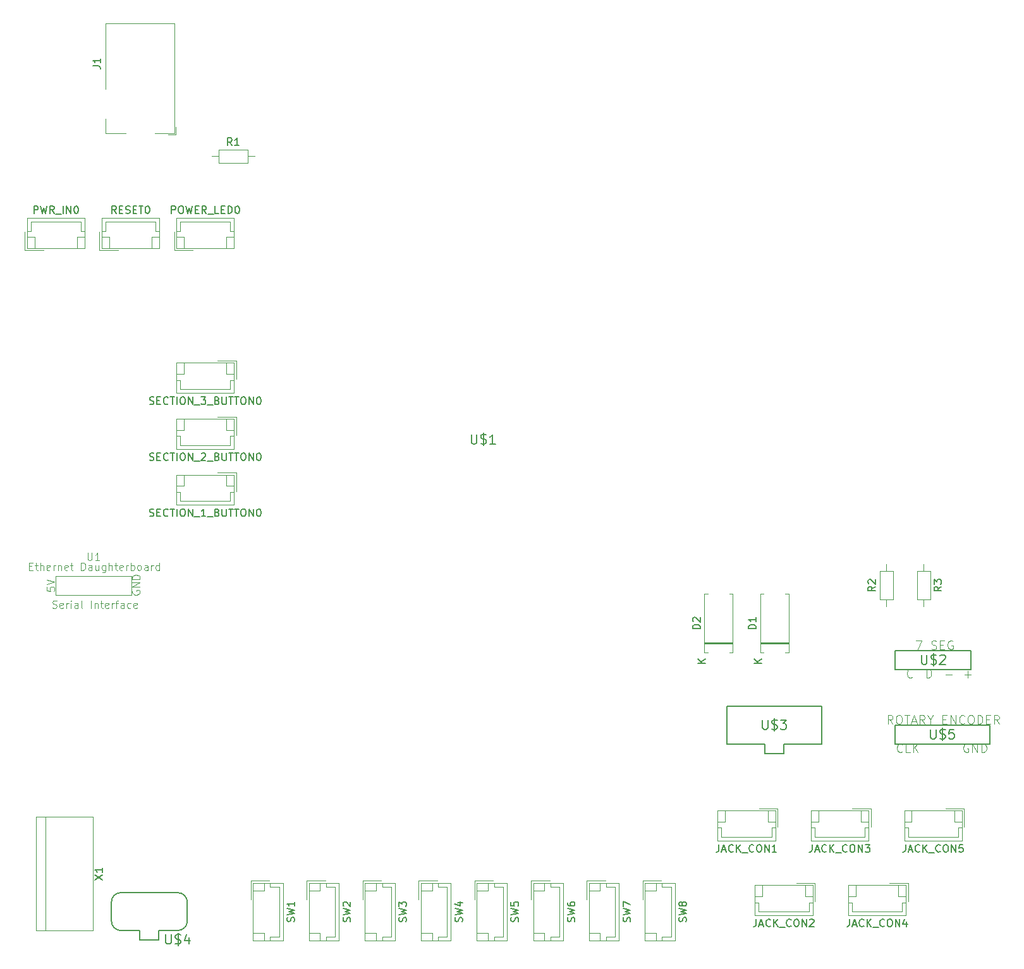
<source format=gbr>
%TF.GenerationSoftware,KiCad,Pcbnew,8.0.4*%
%TF.CreationDate,2024-09-07T12:51:51-06:00*%
%TF.ProjectId,main,6d61696e-2e6b-4696-9361-645f70636258,rev?*%
%TF.SameCoordinates,Original*%
%TF.FileFunction,Legend,Top*%
%TF.FilePolarity,Positive*%
%FSLAX46Y46*%
G04 Gerber Fmt 4.6, Leading zero omitted, Abs format (unit mm)*
G04 Created by KiCad (PCBNEW 8.0.4) date 2024-09-07 12:51:51*
%MOMM*%
%LPD*%
G01*
G04 APERTURE LIST*
%ADD10C,0.150000*%
%ADD11C,0.101600*%
%ADD12C,0.100000*%
%ADD13C,0.127000*%
%ADD14C,0.120000*%
G04 APERTURE END LIST*
D10*
X187197618Y-124309726D02*
X187197618Y-125337821D01*
X187197618Y-125337821D02*
X187258095Y-125458773D01*
X187258095Y-125458773D02*
X187318571Y-125519250D01*
X187318571Y-125519250D02*
X187439523Y-125579726D01*
X187439523Y-125579726D02*
X187681428Y-125579726D01*
X187681428Y-125579726D02*
X187802380Y-125519250D01*
X187802380Y-125519250D02*
X187862857Y-125458773D01*
X187862857Y-125458773D02*
X187923333Y-125337821D01*
X187923333Y-125337821D02*
X187923333Y-124309726D01*
X188467618Y-125519250D02*
X188649047Y-125579726D01*
X188649047Y-125579726D02*
X188951428Y-125579726D01*
X188951428Y-125579726D02*
X189072380Y-125519250D01*
X189072380Y-125519250D02*
X189132856Y-125458773D01*
X189132856Y-125458773D02*
X189193333Y-125337821D01*
X189193333Y-125337821D02*
X189193333Y-125216869D01*
X189193333Y-125216869D02*
X189132856Y-125095916D01*
X189132856Y-125095916D02*
X189072380Y-125035440D01*
X189072380Y-125035440D02*
X188951428Y-124974964D01*
X188951428Y-124974964D02*
X188709523Y-124914488D01*
X188709523Y-124914488D02*
X188588571Y-124854011D01*
X188588571Y-124854011D02*
X188528094Y-124793535D01*
X188528094Y-124793535D02*
X188467618Y-124672583D01*
X188467618Y-124672583D02*
X188467618Y-124551630D01*
X188467618Y-124551630D02*
X188528094Y-124430678D01*
X188528094Y-124430678D02*
X188588571Y-124370202D01*
X188588571Y-124370202D02*
X188709523Y-124309726D01*
X188709523Y-124309726D02*
X189011904Y-124309726D01*
X189011904Y-124309726D02*
X189193333Y-124370202D01*
X188830475Y-124128297D02*
X188830475Y-125761154D01*
X189677142Y-124430678D02*
X189737618Y-124370202D01*
X189737618Y-124370202D02*
X189858571Y-124309726D01*
X189858571Y-124309726D02*
X190160952Y-124309726D01*
X190160952Y-124309726D02*
X190281904Y-124370202D01*
X190281904Y-124370202D02*
X190342380Y-124430678D01*
X190342380Y-124430678D02*
X190402857Y-124551630D01*
X190402857Y-124551630D02*
X190402857Y-124672583D01*
X190402857Y-124672583D02*
X190342380Y-124854011D01*
X190342380Y-124854011D02*
X189616666Y-125579726D01*
X189616666Y-125579726D02*
X190402857Y-125579726D01*
D11*
X186463756Y-122413326D02*
X187242689Y-122413326D01*
X187242689Y-122413326D02*
X186741946Y-123581726D01*
X188522366Y-123526088D02*
X188689280Y-123581726D01*
X188689280Y-123581726D02*
X188967471Y-123581726D01*
X188967471Y-123581726D02*
X189078747Y-123526088D01*
X189078747Y-123526088D02*
X189134385Y-123470449D01*
X189134385Y-123470449D02*
X189190023Y-123359173D01*
X189190023Y-123359173D02*
X189190023Y-123247897D01*
X189190023Y-123247897D02*
X189134385Y-123136621D01*
X189134385Y-123136621D02*
X189078747Y-123080983D01*
X189078747Y-123080983D02*
X188967471Y-123025345D01*
X188967471Y-123025345D02*
X188744918Y-122969707D01*
X188744918Y-122969707D02*
X188633642Y-122914068D01*
X188633642Y-122914068D02*
X188578004Y-122858430D01*
X188578004Y-122858430D02*
X188522366Y-122747154D01*
X188522366Y-122747154D02*
X188522366Y-122635878D01*
X188522366Y-122635878D02*
X188578004Y-122524602D01*
X188578004Y-122524602D02*
X188633642Y-122468964D01*
X188633642Y-122468964D02*
X188744918Y-122413326D01*
X188744918Y-122413326D02*
X189023109Y-122413326D01*
X189023109Y-122413326D02*
X189190023Y-122468964D01*
X189690766Y-122969707D02*
X190080233Y-122969707D01*
X190247147Y-123581726D02*
X189690766Y-123581726D01*
X189690766Y-123581726D02*
X189690766Y-122413326D01*
X189690766Y-122413326D02*
X190247147Y-122413326D01*
X191359909Y-122468964D02*
X191248633Y-122413326D01*
X191248633Y-122413326D02*
X191081719Y-122413326D01*
X191081719Y-122413326D02*
X190914804Y-122468964D01*
X190914804Y-122468964D02*
X190803528Y-122580240D01*
X190803528Y-122580240D02*
X190747890Y-122691516D01*
X190747890Y-122691516D02*
X190692252Y-122914068D01*
X190692252Y-122914068D02*
X190692252Y-123080983D01*
X190692252Y-123080983D02*
X190747890Y-123303535D01*
X190747890Y-123303535D02*
X190803528Y-123414811D01*
X190803528Y-123414811D02*
X190914804Y-123526088D01*
X190914804Y-123526088D02*
X191081719Y-123581726D01*
X191081719Y-123581726D02*
X191192995Y-123581726D01*
X191192995Y-123581726D02*
X191359909Y-123526088D01*
X191359909Y-123526088D02*
X191415547Y-123470449D01*
X191415547Y-123470449D02*
X191415547Y-123080983D01*
X191415547Y-123080983D02*
X191192995Y-123080983D01*
X190385032Y-126946621D02*
X191275242Y-126946621D01*
X192925032Y-126946621D02*
X193815242Y-126946621D01*
X193370137Y-127391726D02*
X193370137Y-126501516D01*
X187845032Y-127391726D02*
X187845032Y-126223326D01*
X187845032Y-126223326D02*
X188123222Y-126223326D01*
X188123222Y-126223326D02*
X188290137Y-126278964D01*
X188290137Y-126278964D02*
X188401413Y-126390240D01*
X188401413Y-126390240D02*
X188457051Y-126501516D01*
X188457051Y-126501516D02*
X188512689Y-126724068D01*
X188512689Y-126724068D02*
X188512689Y-126890983D01*
X188512689Y-126890983D02*
X188457051Y-127113535D01*
X188457051Y-127113535D02*
X188401413Y-127224811D01*
X188401413Y-127224811D02*
X188290137Y-127336088D01*
X188290137Y-127336088D02*
X188123222Y-127391726D01*
X188123222Y-127391726D02*
X187845032Y-127391726D01*
X185972689Y-127280449D02*
X185917051Y-127336088D01*
X185917051Y-127336088D02*
X185750137Y-127391726D01*
X185750137Y-127391726D02*
X185638861Y-127391726D01*
X185638861Y-127391726D02*
X185471946Y-127336088D01*
X185471946Y-127336088D02*
X185360670Y-127224811D01*
X185360670Y-127224811D02*
X185305032Y-127113535D01*
X185305032Y-127113535D02*
X185249394Y-126890983D01*
X185249394Y-126890983D02*
X185249394Y-126724068D01*
X185249394Y-126724068D02*
X185305032Y-126501516D01*
X185305032Y-126501516D02*
X185360670Y-126390240D01*
X185360670Y-126390240D02*
X185471946Y-126278964D01*
X185471946Y-126278964D02*
X185638861Y-126223326D01*
X185638861Y-126223326D02*
X185750137Y-126223326D01*
X185750137Y-126223326D02*
X185917051Y-126278964D01*
X185917051Y-126278964D02*
X185972689Y-126334602D01*
D10*
X76204819Y-45383333D02*
X76919104Y-45383333D01*
X76919104Y-45383333D02*
X77061961Y-45430952D01*
X77061961Y-45430952D02*
X77157200Y-45526190D01*
X77157200Y-45526190D02*
X77204819Y-45669047D01*
X77204819Y-45669047D02*
X77204819Y-45764285D01*
X77204819Y-44383333D02*
X77204819Y-44954761D01*
X77204819Y-44669047D02*
X76204819Y-44669047D01*
X76204819Y-44669047D02*
X76347676Y-44764285D01*
X76347676Y-44764285D02*
X76442914Y-44859523D01*
X76442914Y-44859523D02*
X76490533Y-44954761D01*
X181034819Y-115166666D02*
X180558628Y-115499999D01*
X181034819Y-115738094D02*
X180034819Y-115738094D01*
X180034819Y-115738094D02*
X180034819Y-115357142D01*
X180034819Y-115357142D02*
X180082438Y-115261904D01*
X180082438Y-115261904D02*
X180130057Y-115214285D01*
X180130057Y-115214285D02*
X180225295Y-115166666D01*
X180225295Y-115166666D02*
X180368152Y-115166666D01*
X180368152Y-115166666D02*
X180463390Y-115214285D01*
X180463390Y-115214285D02*
X180511009Y-115261904D01*
X180511009Y-115261904D02*
X180558628Y-115357142D01*
X180558628Y-115357142D02*
X180558628Y-115738094D01*
X180130057Y-114785713D02*
X180082438Y-114738094D01*
X180082438Y-114738094D02*
X180034819Y-114642856D01*
X180034819Y-114642856D02*
X180034819Y-114404761D01*
X180034819Y-114404761D02*
X180082438Y-114309523D01*
X180082438Y-114309523D02*
X180130057Y-114261904D01*
X180130057Y-114261904D02*
X180225295Y-114214285D01*
X180225295Y-114214285D02*
X180320533Y-114214285D01*
X180320533Y-114214285D02*
X180463390Y-114261904D01*
X180463390Y-114261904D02*
X181034819Y-114833332D01*
X181034819Y-114833332D02*
X181034819Y-114214285D01*
X86726190Y-65154819D02*
X86726190Y-64154819D01*
X86726190Y-64154819D02*
X87107142Y-64154819D01*
X87107142Y-64154819D02*
X87202380Y-64202438D01*
X87202380Y-64202438D02*
X87249999Y-64250057D01*
X87249999Y-64250057D02*
X87297618Y-64345295D01*
X87297618Y-64345295D02*
X87297618Y-64488152D01*
X87297618Y-64488152D02*
X87249999Y-64583390D01*
X87249999Y-64583390D02*
X87202380Y-64631009D01*
X87202380Y-64631009D02*
X87107142Y-64678628D01*
X87107142Y-64678628D02*
X86726190Y-64678628D01*
X87916666Y-64154819D02*
X88107142Y-64154819D01*
X88107142Y-64154819D02*
X88202380Y-64202438D01*
X88202380Y-64202438D02*
X88297618Y-64297676D01*
X88297618Y-64297676D02*
X88345237Y-64488152D01*
X88345237Y-64488152D02*
X88345237Y-64821485D01*
X88345237Y-64821485D02*
X88297618Y-65011961D01*
X88297618Y-65011961D02*
X88202380Y-65107200D01*
X88202380Y-65107200D02*
X88107142Y-65154819D01*
X88107142Y-65154819D02*
X87916666Y-65154819D01*
X87916666Y-65154819D02*
X87821428Y-65107200D01*
X87821428Y-65107200D02*
X87726190Y-65011961D01*
X87726190Y-65011961D02*
X87678571Y-64821485D01*
X87678571Y-64821485D02*
X87678571Y-64488152D01*
X87678571Y-64488152D02*
X87726190Y-64297676D01*
X87726190Y-64297676D02*
X87821428Y-64202438D01*
X87821428Y-64202438D02*
X87916666Y-64154819D01*
X88678571Y-64154819D02*
X88916666Y-65154819D01*
X88916666Y-65154819D02*
X89107142Y-64440533D01*
X89107142Y-64440533D02*
X89297618Y-65154819D01*
X89297618Y-65154819D02*
X89535714Y-64154819D01*
X89916666Y-64631009D02*
X90249999Y-64631009D01*
X90392856Y-65154819D02*
X89916666Y-65154819D01*
X89916666Y-65154819D02*
X89916666Y-64154819D01*
X89916666Y-64154819D02*
X90392856Y-64154819D01*
X91392856Y-65154819D02*
X91059523Y-64678628D01*
X90821428Y-65154819D02*
X90821428Y-64154819D01*
X90821428Y-64154819D02*
X91202380Y-64154819D01*
X91202380Y-64154819D02*
X91297618Y-64202438D01*
X91297618Y-64202438D02*
X91345237Y-64250057D01*
X91345237Y-64250057D02*
X91392856Y-64345295D01*
X91392856Y-64345295D02*
X91392856Y-64488152D01*
X91392856Y-64488152D02*
X91345237Y-64583390D01*
X91345237Y-64583390D02*
X91297618Y-64631009D01*
X91297618Y-64631009D02*
X91202380Y-64678628D01*
X91202380Y-64678628D02*
X90821428Y-64678628D01*
X91583333Y-65250057D02*
X92345237Y-65250057D01*
X93059523Y-65154819D02*
X92583333Y-65154819D01*
X92583333Y-65154819D02*
X92583333Y-64154819D01*
X93392857Y-64631009D02*
X93726190Y-64631009D01*
X93869047Y-65154819D02*
X93392857Y-65154819D01*
X93392857Y-65154819D02*
X93392857Y-64154819D01*
X93392857Y-64154819D02*
X93869047Y-64154819D01*
X94297619Y-65154819D02*
X94297619Y-64154819D01*
X94297619Y-64154819D02*
X94535714Y-64154819D01*
X94535714Y-64154819D02*
X94678571Y-64202438D01*
X94678571Y-64202438D02*
X94773809Y-64297676D01*
X94773809Y-64297676D02*
X94821428Y-64392914D01*
X94821428Y-64392914D02*
X94869047Y-64583390D01*
X94869047Y-64583390D02*
X94869047Y-64726247D01*
X94869047Y-64726247D02*
X94821428Y-64916723D01*
X94821428Y-64916723D02*
X94773809Y-65011961D01*
X94773809Y-65011961D02*
X94678571Y-65107200D01*
X94678571Y-65107200D02*
X94535714Y-65154819D01*
X94535714Y-65154819D02*
X94297619Y-65154819D01*
X95488095Y-64154819D02*
X95583333Y-64154819D01*
X95583333Y-64154819D02*
X95678571Y-64202438D01*
X95678571Y-64202438D02*
X95726190Y-64250057D01*
X95726190Y-64250057D02*
X95773809Y-64345295D01*
X95773809Y-64345295D02*
X95821428Y-64535771D01*
X95821428Y-64535771D02*
X95821428Y-64773866D01*
X95821428Y-64773866D02*
X95773809Y-64964342D01*
X95773809Y-64964342D02*
X95726190Y-65059580D01*
X95726190Y-65059580D02*
X95678571Y-65107200D01*
X95678571Y-65107200D02*
X95583333Y-65154819D01*
X95583333Y-65154819D02*
X95488095Y-65154819D01*
X95488095Y-65154819D02*
X95392857Y-65107200D01*
X95392857Y-65107200D02*
X95345238Y-65059580D01*
X95345238Y-65059580D02*
X95297619Y-64964342D01*
X95297619Y-64964342D02*
X95250000Y-64773866D01*
X95250000Y-64773866D02*
X95250000Y-64535771D01*
X95250000Y-64535771D02*
X95297619Y-64345295D01*
X95297619Y-64345295D02*
X95345238Y-64250057D01*
X95345238Y-64250057D02*
X95392857Y-64202438D01*
X95392857Y-64202438D02*
X95488095Y-64154819D01*
X172559523Y-149754819D02*
X172559523Y-150469104D01*
X172559523Y-150469104D02*
X172511904Y-150611961D01*
X172511904Y-150611961D02*
X172416666Y-150707200D01*
X172416666Y-150707200D02*
X172273809Y-150754819D01*
X172273809Y-150754819D02*
X172178571Y-150754819D01*
X172988095Y-150469104D02*
X173464285Y-150469104D01*
X172892857Y-150754819D02*
X173226190Y-149754819D01*
X173226190Y-149754819D02*
X173559523Y-150754819D01*
X174464285Y-150659580D02*
X174416666Y-150707200D01*
X174416666Y-150707200D02*
X174273809Y-150754819D01*
X174273809Y-150754819D02*
X174178571Y-150754819D01*
X174178571Y-150754819D02*
X174035714Y-150707200D01*
X174035714Y-150707200D02*
X173940476Y-150611961D01*
X173940476Y-150611961D02*
X173892857Y-150516723D01*
X173892857Y-150516723D02*
X173845238Y-150326247D01*
X173845238Y-150326247D02*
X173845238Y-150183390D01*
X173845238Y-150183390D02*
X173892857Y-149992914D01*
X173892857Y-149992914D02*
X173940476Y-149897676D01*
X173940476Y-149897676D02*
X174035714Y-149802438D01*
X174035714Y-149802438D02*
X174178571Y-149754819D01*
X174178571Y-149754819D02*
X174273809Y-149754819D01*
X174273809Y-149754819D02*
X174416666Y-149802438D01*
X174416666Y-149802438D02*
X174464285Y-149850057D01*
X174892857Y-150754819D02*
X174892857Y-149754819D01*
X175464285Y-150754819D02*
X175035714Y-150183390D01*
X175464285Y-149754819D02*
X174892857Y-150326247D01*
X175654762Y-150850057D02*
X176416666Y-150850057D01*
X177226190Y-150659580D02*
X177178571Y-150707200D01*
X177178571Y-150707200D02*
X177035714Y-150754819D01*
X177035714Y-150754819D02*
X176940476Y-150754819D01*
X176940476Y-150754819D02*
X176797619Y-150707200D01*
X176797619Y-150707200D02*
X176702381Y-150611961D01*
X176702381Y-150611961D02*
X176654762Y-150516723D01*
X176654762Y-150516723D02*
X176607143Y-150326247D01*
X176607143Y-150326247D02*
X176607143Y-150183390D01*
X176607143Y-150183390D02*
X176654762Y-149992914D01*
X176654762Y-149992914D02*
X176702381Y-149897676D01*
X176702381Y-149897676D02*
X176797619Y-149802438D01*
X176797619Y-149802438D02*
X176940476Y-149754819D01*
X176940476Y-149754819D02*
X177035714Y-149754819D01*
X177035714Y-149754819D02*
X177178571Y-149802438D01*
X177178571Y-149802438D02*
X177226190Y-149850057D01*
X177845238Y-149754819D02*
X178035714Y-149754819D01*
X178035714Y-149754819D02*
X178130952Y-149802438D01*
X178130952Y-149802438D02*
X178226190Y-149897676D01*
X178226190Y-149897676D02*
X178273809Y-150088152D01*
X178273809Y-150088152D02*
X178273809Y-150421485D01*
X178273809Y-150421485D02*
X178226190Y-150611961D01*
X178226190Y-150611961D02*
X178130952Y-150707200D01*
X178130952Y-150707200D02*
X178035714Y-150754819D01*
X178035714Y-150754819D02*
X177845238Y-150754819D01*
X177845238Y-150754819D02*
X177750000Y-150707200D01*
X177750000Y-150707200D02*
X177654762Y-150611961D01*
X177654762Y-150611961D02*
X177607143Y-150421485D01*
X177607143Y-150421485D02*
X177607143Y-150088152D01*
X177607143Y-150088152D02*
X177654762Y-149897676D01*
X177654762Y-149897676D02*
X177750000Y-149802438D01*
X177750000Y-149802438D02*
X177845238Y-149754819D01*
X178702381Y-150754819D02*
X178702381Y-149754819D01*
X178702381Y-149754819D02*
X179273809Y-150754819D01*
X179273809Y-150754819D02*
X179273809Y-149754819D01*
X179654762Y-149754819D02*
X180273809Y-149754819D01*
X180273809Y-149754819D02*
X179940476Y-150135771D01*
X179940476Y-150135771D02*
X180083333Y-150135771D01*
X180083333Y-150135771D02*
X180178571Y-150183390D01*
X180178571Y-150183390D02*
X180226190Y-150231009D01*
X180226190Y-150231009D02*
X180273809Y-150326247D01*
X180273809Y-150326247D02*
X180273809Y-150564342D01*
X180273809Y-150564342D02*
X180226190Y-150659580D01*
X180226190Y-150659580D02*
X180178571Y-150707200D01*
X180178571Y-150707200D02*
X180083333Y-150754819D01*
X180083333Y-150754819D02*
X179797619Y-150754819D01*
X179797619Y-150754819D02*
X179702381Y-150707200D01*
X179702381Y-150707200D02*
X179654762Y-150659580D01*
X160059523Y-149754819D02*
X160059523Y-150469104D01*
X160059523Y-150469104D02*
X160011904Y-150611961D01*
X160011904Y-150611961D02*
X159916666Y-150707200D01*
X159916666Y-150707200D02*
X159773809Y-150754819D01*
X159773809Y-150754819D02*
X159678571Y-150754819D01*
X160488095Y-150469104D02*
X160964285Y-150469104D01*
X160392857Y-150754819D02*
X160726190Y-149754819D01*
X160726190Y-149754819D02*
X161059523Y-150754819D01*
X161964285Y-150659580D02*
X161916666Y-150707200D01*
X161916666Y-150707200D02*
X161773809Y-150754819D01*
X161773809Y-150754819D02*
X161678571Y-150754819D01*
X161678571Y-150754819D02*
X161535714Y-150707200D01*
X161535714Y-150707200D02*
X161440476Y-150611961D01*
X161440476Y-150611961D02*
X161392857Y-150516723D01*
X161392857Y-150516723D02*
X161345238Y-150326247D01*
X161345238Y-150326247D02*
X161345238Y-150183390D01*
X161345238Y-150183390D02*
X161392857Y-149992914D01*
X161392857Y-149992914D02*
X161440476Y-149897676D01*
X161440476Y-149897676D02*
X161535714Y-149802438D01*
X161535714Y-149802438D02*
X161678571Y-149754819D01*
X161678571Y-149754819D02*
X161773809Y-149754819D01*
X161773809Y-149754819D02*
X161916666Y-149802438D01*
X161916666Y-149802438D02*
X161964285Y-149850057D01*
X162392857Y-150754819D02*
X162392857Y-149754819D01*
X162964285Y-150754819D02*
X162535714Y-150183390D01*
X162964285Y-149754819D02*
X162392857Y-150326247D01*
X163154762Y-150850057D02*
X163916666Y-150850057D01*
X164726190Y-150659580D02*
X164678571Y-150707200D01*
X164678571Y-150707200D02*
X164535714Y-150754819D01*
X164535714Y-150754819D02*
X164440476Y-150754819D01*
X164440476Y-150754819D02*
X164297619Y-150707200D01*
X164297619Y-150707200D02*
X164202381Y-150611961D01*
X164202381Y-150611961D02*
X164154762Y-150516723D01*
X164154762Y-150516723D02*
X164107143Y-150326247D01*
X164107143Y-150326247D02*
X164107143Y-150183390D01*
X164107143Y-150183390D02*
X164154762Y-149992914D01*
X164154762Y-149992914D02*
X164202381Y-149897676D01*
X164202381Y-149897676D02*
X164297619Y-149802438D01*
X164297619Y-149802438D02*
X164440476Y-149754819D01*
X164440476Y-149754819D02*
X164535714Y-149754819D01*
X164535714Y-149754819D02*
X164678571Y-149802438D01*
X164678571Y-149802438D02*
X164726190Y-149850057D01*
X165345238Y-149754819D02*
X165535714Y-149754819D01*
X165535714Y-149754819D02*
X165630952Y-149802438D01*
X165630952Y-149802438D02*
X165726190Y-149897676D01*
X165726190Y-149897676D02*
X165773809Y-150088152D01*
X165773809Y-150088152D02*
X165773809Y-150421485D01*
X165773809Y-150421485D02*
X165726190Y-150611961D01*
X165726190Y-150611961D02*
X165630952Y-150707200D01*
X165630952Y-150707200D02*
X165535714Y-150754819D01*
X165535714Y-150754819D02*
X165345238Y-150754819D01*
X165345238Y-150754819D02*
X165250000Y-150707200D01*
X165250000Y-150707200D02*
X165154762Y-150611961D01*
X165154762Y-150611961D02*
X165107143Y-150421485D01*
X165107143Y-150421485D02*
X165107143Y-150088152D01*
X165107143Y-150088152D02*
X165154762Y-149897676D01*
X165154762Y-149897676D02*
X165250000Y-149802438D01*
X165250000Y-149802438D02*
X165345238Y-149754819D01*
X166202381Y-150754819D02*
X166202381Y-149754819D01*
X166202381Y-149754819D02*
X166773809Y-150754819D01*
X166773809Y-150754819D02*
X166773809Y-149754819D01*
X167773809Y-150754819D02*
X167202381Y-150754819D01*
X167488095Y-150754819D02*
X167488095Y-149754819D01*
X167488095Y-149754819D02*
X167392857Y-149897676D01*
X167392857Y-149897676D02*
X167297619Y-149992914D01*
X167297619Y-149992914D02*
X167202381Y-150040533D01*
D12*
X75508095Y-110647419D02*
X75508095Y-111456942D01*
X75508095Y-111456942D02*
X75555714Y-111552180D01*
X75555714Y-111552180D02*
X75603333Y-111599800D01*
X75603333Y-111599800D02*
X75698571Y-111647419D01*
X75698571Y-111647419D02*
X75889047Y-111647419D01*
X75889047Y-111647419D02*
X75984285Y-111599800D01*
X75984285Y-111599800D02*
X76031904Y-111552180D01*
X76031904Y-111552180D02*
X76079523Y-111456942D01*
X76079523Y-111456942D02*
X76079523Y-110647419D01*
X77079523Y-111647419D02*
X76508095Y-111647419D01*
X76793809Y-111647419D02*
X76793809Y-110647419D01*
X76793809Y-110647419D02*
X76698571Y-110790276D01*
X76698571Y-110790276D02*
X76603333Y-110885514D01*
X76603333Y-110885514D02*
X76508095Y-110933133D01*
X81540038Y-115696306D02*
X81492419Y-115791544D01*
X81492419Y-115791544D02*
X81492419Y-115934401D01*
X81492419Y-115934401D02*
X81540038Y-116077258D01*
X81540038Y-116077258D02*
X81635276Y-116172496D01*
X81635276Y-116172496D02*
X81730514Y-116220115D01*
X81730514Y-116220115D02*
X81920990Y-116267734D01*
X81920990Y-116267734D02*
X82063847Y-116267734D01*
X82063847Y-116267734D02*
X82254323Y-116220115D01*
X82254323Y-116220115D02*
X82349561Y-116172496D01*
X82349561Y-116172496D02*
X82444800Y-116077258D01*
X82444800Y-116077258D02*
X82492419Y-115934401D01*
X82492419Y-115934401D02*
X82492419Y-115839163D01*
X82492419Y-115839163D02*
X82444800Y-115696306D01*
X82444800Y-115696306D02*
X82397180Y-115648687D01*
X82397180Y-115648687D02*
X82063847Y-115648687D01*
X82063847Y-115648687D02*
X82063847Y-115839163D01*
X82492419Y-115220115D02*
X81492419Y-115220115D01*
X81492419Y-115220115D02*
X82492419Y-114648687D01*
X82492419Y-114648687D02*
X81492419Y-114648687D01*
X82492419Y-114172496D02*
X81492419Y-114172496D01*
X81492419Y-114172496D02*
X81492419Y-113934401D01*
X81492419Y-113934401D02*
X81540038Y-113791544D01*
X81540038Y-113791544D02*
X81635276Y-113696306D01*
X81635276Y-113696306D02*
X81730514Y-113648687D01*
X81730514Y-113648687D02*
X81920990Y-113601068D01*
X81920990Y-113601068D02*
X82063847Y-113601068D01*
X82063847Y-113601068D02*
X82254323Y-113648687D01*
X82254323Y-113648687D02*
X82349561Y-113696306D01*
X82349561Y-113696306D02*
X82444800Y-113791544D01*
X82444800Y-113791544D02*
X82492419Y-113934401D01*
X82492419Y-113934401D02*
X82492419Y-114172496D01*
X67683884Y-112443609D02*
X68017217Y-112443609D01*
X68160074Y-112967419D02*
X67683884Y-112967419D01*
X67683884Y-112967419D02*
X67683884Y-111967419D01*
X67683884Y-111967419D02*
X68160074Y-111967419D01*
X68445789Y-112300752D02*
X68826741Y-112300752D01*
X68588646Y-111967419D02*
X68588646Y-112824561D01*
X68588646Y-112824561D02*
X68636265Y-112919800D01*
X68636265Y-112919800D02*
X68731503Y-112967419D01*
X68731503Y-112967419D02*
X68826741Y-112967419D01*
X69160075Y-112967419D02*
X69160075Y-111967419D01*
X69588646Y-112967419D02*
X69588646Y-112443609D01*
X69588646Y-112443609D02*
X69541027Y-112348371D01*
X69541027Y-112348371D02*
X69445789Y-112300752D01*
X69445789Y-112300752D02*
X69302932Y-112300752D01*
X69302932Y-112300752D02*
X69207694Y-112348371D01*
X69207694Y-112348371D02*
X69160075Y-112395990D01*
X70445789Y-112919800D02*
X70350551Y-112967419D01*
X70350551Y-112967419D02*
X70160075Y-112967419D01*
X70160075Y-112967419D02*
X70064837Y-112919800D01*
X70064837Y-112919800D02*
X70017218Y-112824561D01*
X70017218Y-112824561D02*
X70017218Y-112443609D01*
X70017218Y-112443609D02*
X70064837Y-112348371D01*
X70064837Y-112348371D02*
X70160075Y-112300752D01*
X70160075Y-112300752D02*
X70350551Y-112300752D01*
X70350551Y-112300752D02*
X70445789Y-112348371D01*
X70445789Y-112348371D02*
X70493408Y-112443609D01*
X70493408Y-112443609D02*
X70493408Y-112538847D01*
X70493408Y-112538847D02*
X70017218Y-112634085D01*
X70921980Y-112967419D02*
X70921980Y-112300752D01*
X70921980Y-112491228D02*
X70969599Y-112395990D01*
X70969599Y-112395990D02*
X71017218Y-112348371D01*
X71017218Y-112348371D02*
X71112456Y-112300752D01*
X71112456Y-112300752D02*
X71207694Y-112300752D01*
X71541028Y-112300752D02*
X71541028Y-112967419D01*
X71541028Y-112395990D02*
X71588647Y-112348371D01*
X71588647Y-112348371D02*
X71683885Y-112300752D01*
X71683885Y-112300752D02*
X71826742Y-112300752D01*
X71826742Y-112300752D02*
X71921980Y-112348371D01*
X71921980Y-112348371D02*
X71969599Y-112443609D01*
X71969599Y-112443609D02*
X71969599Y-112967419D01*
X72826742Y-112919800D02*
X72731504Y-112967419D01*
X72731504Y-112967419D02*
X72541028Y-112967419D01*
X72541028Y-112967419D02*
X72445790Y-112919800D01*
X72445790Y-112919800D02*
X72398171Y-112824561D01*
X72398171Y-112824561D02*
X72398171Y-112443609D01*
X72398171Y-112443609D02*
X72445790Y-112348371D01*
X72445790Y-112348371D02*
X72541028Y-112300752D01*
X72541028Y-112300752D02*
X72731504Y-112300752D01*
X72731504Y-112300752D02*
X72826742Y-112348371D01*
X72826742Y-112348371D02*
X72874361Y-112443609D01*
X72874361Y-112443609D02*
X72874361Y-112538847D01*
X72874361Y-112538847D02*
X72398171Y-112634085D01*
X73160076Y-112300752D02*
X73541028Y-112300752D01*
X73302933Y-111967419D02*
X73302933Y-112824561D01*
X73302933Y-112824561D02*
X73350552Y-112919800D01*
X73350552Y-112919800D02*
X73445790Y-112967419D01*
X73445790Y-112967419D02*
X73541028Y-112967419D01*
X74636267Y-112967419D02*
X74636267Y-111967419D01*
X74636267Y-111967419D02*
X74874362Y-111967419D01*
X74874362Y-111967419D02*
X75017219Y-112015038D01*
X75017219Y-112015038D02*
X75112457Y-112110276D01*
X75112457Y-112110276D02*
X75160076Y-112205514D01*
X75160076Y-112205514D02*
X75207695Y-112395990D01*
X75207695Y-112395990D02*
X75207695Y-112538847D01*
X75207695Y-112538847D02*
X75160076Y-112729323D01*
X75160076Y-112729323D02*
X75112457Y-112824561D01*
X75112457Y-112824561D02*
X75017219Y-112919800D01*
X75017219Y-112919800D02*
X74874362Y-112967419D01*
X74874362Y-112967419D02*
X74636267Y-112967419D01*
X76064838Y-112967419D02*
X76064838Y-112443609D01*
X76064838Y-112443609D02*
X76017219Y-112348371D01*
X76017219Y-112348371D02*
X75921981Y-112300752D01*
X75921981Y-112300752D02*
X75731505Y-112300752D01*
X75731505Y-112300752D02*
X75636267Y-112348371D01*
X76064838Y-112919800D02*
X75969600Y-112967419D01*
X75969600Y-112967419D02*
X75731505Y-112967419D01*
X75731505Y-112967419D02*
X75636267Y-112919800D01*
X75636267Y-112919800D02*
X75588648Y-112824561D01*
X75588648Y-112824561D02*
X75588648Y-112729323D01*
X75588648Y-112729323D02*
X75636267Y-112634085D01*
X75636267Y-112634085D02*
X75731505Y-112586466D01*
X75731505Y-112586466D02*
X75969600Y-112586466D01*
X75969600Y-112586466D02*
X76064838Y-112538847D01*
X76969600Y-112300752D02*
X76969600Y-112967419D01*
X76541029Y-112300752D02*
X76541029Y-112824561D01*
X76541029Y-112824561D02*
X76588648Y-112919800D01*
X76588648Y-112919800D02*
X76683886Y-112967419D01*
X76683886Y-112967419D02*
X76826743Y-112967419D01*
X76826743Y-112967419D02*
X76921981Y-112919800D01*
X76921981Y-112919800D02*
X76969600Y-112872180D01*
X77874362Y-112300752D02*
X77874362Y-113110276D01*
X77874362Y-113110276D02*
X77826743Y-113205514D01*
X77826743Y-113205514D02*
X77779124Y-113253133D01*
X77779124Y-113253133D02*
X77683886Y-113300752D01*
X77683886Y-113300752D02*
X77541029Y-113300752D01*
X77541029Y-113300752D02*
X77445791Y-113253133D01*
X77874362Y-112919800D02*
X77779124Y-112967419D01*
X77779124Y-112967419D02*
X77588648Y-112967419D01*
X77588648Y-112967419D02*
X77493410Y-112919800D01*
X77493410Y-112919800D02*
X77445791Y-112872180D01*
X77445791Y-112872180D02*
X77398172Y-112776942D01*
X77398172Y-112776942D02*
X77398172Y-112491228D01*
X77398172Y-112491228D02*
X77445791Y-112395990D01*
X77445791Y-112395990D02*
X77493410Y-112348371D01*
X77493410Y-112348371D02*
X77588648Y-112300752D01*
X77588648Y-112300752D02*
X77779124Y-112300752D01*
X77779124Y-112300752D02*
X77874362Y-112348371D01*
X78350553Y-112967419D02*
X78350553Y-111967419D01*
X78779124Y-112967419D02*
X78779124Y-112443609D01*
X78779124Y-112443609D02*
X78731505Y-112348371D01*
X78731505Y-112348371D02*
X78636267Y-112300752D01*
X78636267Y-112300752D02*
X78493410Y-112300752D01*
X78493410Y-112300752D02*
X78398172Y-112348371D01*
X78398172Y-112348371D02*
X78350553Y-112395990D01*
X79112458Y-112300752D02*
X79493410Y-112300752D01*
X79255315Y-111967419D02*
X79255315Y-112824561D01*
X79255315Y-112824561D02*
X79302934Y-112919800D01*
X79302934Y-112919800D02*
X79398172Y-112967419D01*
X79398172Y-112967419D02*
X79493410Y-112967419D01*
X80207696Y-112919800D02*
X80112458Y-112967419D01*
X80112458Y-112967419D02*
X79921982Y-112967419D01*
X79921982Y-112967419D02*
X79826744Y-112919800D01*
X79826744Y-112919800D02*
X79779125Y-112824561D01*
X79779125Y-112824561D02*
X79779125Y-112443609D01*
X79779125Y-112443609D02*
X79826744Y-112348371D01*
X79826744Y-112348371D02*
X79921982Y-112300752D01*
X79921982Y-112300752D02*
X80112458Y-112300752D01*
X80112458Y-112300752D02*
X80207696Y-112348371D01*
X80207696Y-112348371D02*
X80255315Y-112443609D01*
X80255315Y-112443609D02*
X80255315Y-112538847D01*
X80255315Y-112538847D02*
X79779125Y-112634085D01*
X80683887Y-112967419D02*
X80683887Y-112300752D01*
X80683887Y-112491228D02*
X80731506Y-112395990D01*
X80731506Y-112395990D02*
X80779125Y-112348371D01*
X80779125Y-112348371D02*
X80874363Y-112300752D01*
X80874363Y-112300752D02*
X80969601Y-112300752D01*
X81302935Y-112967419D02*
X81302935Y-111967419D01*
X81302935Y-112348371D02*
X81398173Y-112300752D01*
X81398173Y-112300752D02*
X81588649Y-112300752D01*
X81588649Y-112300752D02*
X81683887Y-112348371D01*
X81683887Y-112348371D02*
X81731506Y-112395990D01*
X81731506Y-112395990D02*
X81779125Y-112491228D01*
X81779125Y-112491228D02*
X81779125Y-112776942D01*
X81779125Y-112776942D02*
X81731506Y-112872180D01*
X81731506Y-112872180D02*
X81683887Y-112919800D01*
X81683887Y-112919800D02*
X81588649Y-112967419D01*
X81588649Y-112967419D02*
X81398173Y-112967419D01*
X81398173Y-112967419D02*
X81302935Y-112919800D01*
X82350554Y-112967419D02*
X82255316Y-112919800D01*
X82255316Y-112919800D02*
X82207697Y-112872180D01*
X82207697Y-112872180D02*
X82160078Y-112776942D01*
X82160078Y-112776942D02*
X82160078Y-112491228D01*
X82160078Y-112491228D02*
X82207697Y-112395990D01*
X82207697Y-112395990D02*
X82255316Y-112348371D01*
X82255316Y-112348371D02*
X82350554Y-112300752D01*
X82350554Y-112300752D02*
X82493411Y-112300752D01*
X82493411Y-112300752D02*
X82588649Y-112348371D01*
X82588649Y-112348371D02*
X82636268Y-112395990D01*
X82636268Y-112395990D02*
X82683887Y-112491228D01*
X82683887Y-112491228D02*
X82683887Y-112776942D01*
X82683887Y-112776942D02*
X82636268Y-112872180D01*
X82636268Y-112872180D02*
X82588649Y-112919800D01*
X82588649Y-112919800D02*
X82493411Y-112967419D01*
X82493411Y-112967419D02*
X82350554Y-112967419D01*
X83541030Y-112967419D02*
X83541030Y-112443609D01*
X83541030Y-112443609D02*
X83493411Y-112348371D01*
X83493411Y-112348371D02*
X83398173Y-112300752D01*
X83398173Y-112300752D02*
X83207697Y-112300752D01*
X83207697Y-112300752D02*
X83112459Y-112348371D01*
X83541030Y-112919800D02*
X83445792Y-112967419D01*
X83445792Y-112967419D02*
X83207697Y-112967419D01*
X83207697Y-112967419D02*
X83112459Y-112919800D01*
X83112459Y-112919800D02*
X83064840Y-112824561D01*
X83064840Y-112824561D02*
X83064840Y-112729323D01*
X83064840Y-112729323D02*
X83112459Y-112634085D01*
X83112459Y-112634085D02*
X83207697Y-112586466D01*
X83207697Y-112586466D02*
X83445792Y-112586466D01*
X83445792Y-112586466D02*
X83541030Y-112538847D01*
X84017221Y-112967419D02*
X84017221Y-112300752D01*
X84017221Y-112491228D02*
X84064840Y-112395990D01*
X84064840Y-112395990D02*
X84112459Y-112348371D01*
X84112459Y-112348371D02*
X84207697Y-112300752D01*
X84207697Y-112300752D02*
X84302935Y-112300752D01*
X85064840Y-112967419D02*
X85064840Y-111967419D01*
X85064840Y-112919800D02*
X84969602Y-112967419D01*
X84969602Y-112967419D02*
X84779126Y-112967419D01*
X84779126Y-112967419D02*
X84683888Y-112919800D01*
X84683888Y-112919800D02*
X84636269Y-112872180D01*
X84636269Y-112872180D02*
X84588650Y-112776942D01*
X84588650Y-112776942D02*
X84588650Y-112491228D01*
X84588650Y-112491228D02*
X84636269Y-112395990D01*
X84636269Y-112395990D02*
X84683888Y-112348371D01*
X84683888Y-112348371D02*
X84779126Y-112300752D01*
X84779126Y-112300752D02*
X84969602Y-112300752D01*
X84969602Y-112300752D02*
X85064840Y-112348371D01*
X70811265Y-117999800D02*
X70954122Y-118047419D01*
X70954122Y-118047419D02*
X71192217Y-118047419D01*
X71192217Y-118047419D02*
X71287455Y-117999800D01*
X71287455Y-117999800D02*
X71335074Y-117952180D01*
X71335074Y-117952180D02*
X71382693Y-117856942D01*
X71382693Y-117856942D02*
X71382693Y-117761704D01*
X71382693Y-117761704D02*
X71335074Y-117666466D01*
X71335074Y-117666466D02*
X71287455Y-117618847D01*
X71287455Y-117618847D02*
X71192217Y-117571228D01*
X71192217Y-117571228D02*
X71001741Y-117523609D01*
X71001741Y-117523609D02*
X70906503Y-117475990D01*
X70906503Y-117475990D02*
X70858884Y-117428371D01*
X70858884Y-117428371D02*
X70811265Y-117333133D01*
X70811265Y-117333133D02*
X70811265Y-117237895D01*
X70811265Y-117237895D02*
X70858884Y-117142657D01*
X70858884Y-117142657D02*
X70906503Y-117095038D01*
X70906503Y-117095038D02*
X71001741Y-117047419D01*
X71001741Y-117047419D02*
X71239836Y-117047419D01*
X71239836Y-117047419D02*
X71382693Y-117095038D01*
X72192217Y-117999800D02*
X72096979Y-118047419D01*
X72096979Y-118047419D02*
X71906503Y-118047419D01*
X71906503Y-118047419D02*
X71811265Y-117999800D01*
X71811265Y-117999800D02*
X71763646Y-117904561D01*
X71763646Y-117904561D02*
X71763646Y-117523609D01*
X71763646Y-117523609D02*
X71811265Y-117428371D01*
X71811265Y-117428371D02*
X71906503Y-117380752D01*
X71906503Y-117380752D02*
X72096979Y-117380752D01*
X72096979Y-117380752D02*
X72192217Y-117428371D01*
X72192217Y-117428371D02*
X72239836Y-117523609D01*
X72239836Y-117523609D02*
X72239836Y-117618847D01*
X72239836Y-117618847D02*
X71763646Y-117714085D01*
X72668408Y-118047419D02*
X72668408Y-117380752D01*
X72668408Y-117571228D02*
X72716027Y-117475990D01*
X72716027Y-117475990D02*
X72763646Y-117428371D01*
X72763646Y-117428371D02*
X72858884Y-117380752D01*
X72858884Y-117380752D02*
X72954122Y-117380752D01*
X73287456Y-118047419D02*
X73287456Y-117380752D01*
X73287456Y-117047419D02*
X73239837Y-117095038D01*
X73239837Y-117095038D02*
X73287456Y-117142657D01*
X73287456Y-117142657D02*
X73335075Y-117095038D01*
X73335075Y-117095038D02*
X73287456Y-117047419D01*
X73287456Y-117047419D02*
X73287456Y-117142657D01*
X74192217Y-118047419D02*
X74192217Y-117523609D01*
X74192217Y-117523609D02*
X74144598Y-117428371D01*
X74144598Y-117428371D02*
X74049360Y-117380752D01*
X74049360Y-117380752D02*
X73858884Y-117380752D01*
X73858884Y-117380752D02*
X73763646Y-117428371D01*
X74192217Y-117999800D02*
X74096979Y-118047419D01*
X74096979Y-118047419D02*
X73858884Y-118047419D01*
X73858884Y-118047419D02*
X73763646Y-117999800D01*
X73763646Y-117999800D02*
X73716027Y-117904561D01*
X73716027Y-117904561D02*
X73716027Y-117809323D01*
X73716027Y-117809323D02*
X73763646Y-117714085D01*
X73763646Y-117714085D02*
X73858884Y-117666466D01*
X73858884Y-117666466D02*
X74096979Y-117666466D01*
X74096979Y-117666466D02*
X74192217Y-117618847D01*
X74811265Y-118047419D02*
X74716027Y-117999800D01*
X74716027Y-117999800D02*
X74668408Y-117904561D01*
X74668408Y-117904561D02*
X74668408Y-117047419D01*
X75954123Y-118047419D02*
X75954123Y-117047419D01*
X76430313Y-117380752D02*
X76430313Y-118047419D01*
X76430313Y-117475990D02*
X76477932Y-117428371D01*
X76477932Y-117428371D02*
X76573170Y-117380752D01*
X76573170Y-117380752D02*
X76716027Y-117380752D01*
X76716027Y-117380752D02*
X76811265Y-117428371D01*
X76811265Y-117428371D02*
X76858884Y-117523609D01*
X76858884Y-117523609D02*
X76858884Y-118047419D01*
X77192218Y-117380752D02*
X77573170Y-117380752D01*
X77335075Y-117047419D02*
X77335075Y-117904561D01*
X77335075Y-117904561D02*
X77382694Y-117999800D01*
X77382694Y-117999800D02*
X77477932Y-118047419D01*
X77477932Y-118047419D02*
X77573170Y-118047419D01*
X78287456Y-117999800D02*
X78192218Y-118047419D01*
X78192218Y-118047419D02*
X78001742Y-118047419D01*
X78001742Y-118047419D02*
X77906504Y-117999800D01*
X77906504Y-117999800D02*
X77858885Y-117904561D01*
X77858885Y-117904561D02*
X77858885Y-117523609D01*
X77858885Y-117523609D02*
X77906504Y-117428371D01*
X77906504Y-117428371D02*
X78001742Y-117380752D01*
X78001742Y-117380752D02*
X78192218Y-117380752D01*
X78192218Y-117380752D02*
X78287456Y-117428371D01*
X78287456Y-117428371D02*
X78335075Y-117523609D01*
X78335075Y-117523609D02*
X78335075Y-117618847D01*
X78335075Y-117618847D02*
X77858885Y-117714085D01*
X78763647Y-118047419D02*
X78763647Y-117380752D01*
X78763647Y-117571228D02*
X78811266Y-117475990D01*
X78811266Y-117475990D02*
X78858885Y-117428371D01*
X78858885Y-117428371D02*
X78954123Y-117380752D01*
X78954123Y-117380752D02*
X79049361Y-117380752D01*
X79239838Y-117380752D02*
X79620790Y-117380752D01*
X79382695Y-118047419D02*
X79382695Y-117190276D01*
X79382695Y-117190276D02*
X79430314Y-117095038D01*
X79430314Y-117095038D02*
X79525552Y-117047419D01*
X79525552Y-117047419D02*
X79620790Y-117047419D01*
X80382695Y-118047419D02*
X80382695Y-117523609D01*
X80382695Y-117523609D02*
X80335076Y-117428371D01*
X80335076Y-117428371D02*
X80239838Y-117380752D01*
X80239838Y-117380752D02*
X80049362Y-117380752D01*
X80049362Y-117380752D02*
X79954124Y-117428371D01*
X80382695Y-117999800D02*
X80287457Y-118047419D01*
X80287457Y-118047419D02*
X80049362Y-118047419D01*
X80049362Y-118047419D02*
X79954124Y-117999800D01*
X79954124Y-117999800D02*
X79906505Y-117904561D01*
X79906505Y-117904561D02*
X79906505Y-117809323D01*
X79906505Y-117809323D02*
X79954124Y-117714085D01*
X79954124Y-117714085D02*
X80049362Y-117666466D01*
X80049362Y-117666466D02*
X80287457Y-117666466D01*
X80287457Y-117666466D02*
X80382695Y-117618847D01*
X81287457Y-117999800D02*
X81192219Y-118047419D01*
X81192219Y-118047419D02*
X81001743Y-118047419D01*
X81001743Y-118047419D02*
X80906505Y-117999800D01*
X80906505Y-117999800D02*
X80858886Y-117952180D01*
X80858886Y-117952180D02*
X80811267Y-117856942D01*
X80811267Y-117856942D02*
X80811267Y-117571228D01*
X80811267Y-117571228D02*
X80858886Y-117475990D01*
X80858886Y-117475990D02*
X80906505Y-117428371D01*
X80906505Y-117428371D02*
X81001743Y-117380752D01*
X81001743Y-117380752D02*
X81192219Y-117380752D01*
X81192219Y-117380752D02*
X81287457Y-117428371D01*
X82096981Y-117999800D02*
X82001743Y-118047419D01*
X82001743Y-118047419D02*
X81811267Y-118047419D01*
X81811267Y-118047419D02*
X81716029Y-117999800D01*
X81716029Y-117999800D02*
X81668410Y-117904561D01*
X81668410Y-117904561D02*
X81668410Y-117523609D01*
X81668410Y-117523609D02*
X81716029Y-117428371D01*
X81716029Y-117428371D02*
X81811267Y-117380752D01*
X81811267Y-117380752D02*
X82001743Y-117380752D01*
X82001743Y-117380752D02*
X82096981Y-117428371D01*
X82096981Y-117428371D02*
X82144600Y-117523609D01*
X82144600Y-117523609D02*
X82144600Y-117618847D01*
X82144600Y-117618847D02*
X81668410Y-117714085D01*
X70062419Y-115235925D02*
X70062419Y-115712115D01*
X70062419Y-115712115D02*
X70538609Y-115759734D01*
X70538609Y-115759734D02*
X70490990Y-115712115D01*
X70490990Y-115712115D02*
X70443371Y-115616877D01*
X70443371Y-115616877D02*
X70443371Y-115378782D01*
X70443371Y-115378782D02*
X70490990Y-115283544D01*
X70490990Y-115283544D02*
X70538609Y-115235925D01*
X70538609Y-115235925D02*
X70633847Y-115188306D01*
X70633847Y-115188306D02*
X70871942Y-115188306D01*
X70871942Y-115188306D02*
X70967180Y-115235925D01*
X70967180Y-115235925D02*
X71014800Y-115283544D01*
X71014800Y-115283544D02*
X71062419Y-115378782D01*
X71062419Y-115378782D02*
X71062419Y-115616877D01*
X71062419Y-115616877D02*
X71014800Y-115712115D01*
X71014800Y-115712115D02*
X70967180Y-115759734D01*
X70062419Y-114902591D02*
X71062419Y-114569258D01*
X71062419Y-114569258D02*
X70062419Y-114235925D01*
D10*
X165887618Y-133039726D02*
X165887618Y-134067821D01*
X165887618Y-134067821D02*
X165948095Y-134188773D01*
X165948095Y-134188773D02*
X166008571Y-134249250D01*
X166008571Y-134249250D02*
X166129523Y-134309726D01*
X166129523Y-134309726D02*
X166371428Y-134309726D01*
X166371428Y-134309726D02*
X166492380Y-134249250D01*
X166492380Y-134249250D02*
X166552857Y-134188773D01*
X166552857Y-134188773D02*
X166613333Y-134067821D01*
X166613333Y-134067821D02*
X166613333Y-133039726D01*
X167157618Y-134249250D02*
X167339047Y-134309726D01*
X167339047Y-134309726D02*
X167641428Y-134309726D01*
X167641428Y-134309726D02*
X167762380Y-134249250D01*
X167762380Y-134249250D02*
X167822856Y-134188773D01*
X167822856Y-134188773D02*
X167883333Y-134067821D01*
X167883333Y-134067821D02*
X167883333Y-133946869D01*
X167883333Y-133946869D02*
X167822856Y-133825916D01*
X167822856Y-133825916D02*
X167762380Y-133765440D01*
X167762380Y-133765440D02*
X167641428Y-133704964D01*
X167641428Y-133704964D02*
X167399523Y-133644488D01*
X167399523Y-133644488D02*
X167278571Y-133584011D01*
X167278571Y-133584011D02*
X167218094Y-133523535D01*
X167218094Y-133523535D02*
X167157618Y-133402583D01*
X167157618Y-133402583D02*
X167157618Y-133281630D01*
X167157618Y-133281630D02*
X167218094Y-133160678D01*
X167218094Y-133160678D02*
X167278571Y-133100202D01*
X167278571Y-133100202D02*
X167399523Y-133039726D01*
X167399523Y-133039726D02*
X167701904Y-133039726D01*
X167701904Y-133039726D02*
X167883333Y-133100202D01*
X167520475Y-132858297D02*
X167520475Y-134491154D01*
X168306666Y-133039726D02*
X169092857Y-133039726D01*
X169092857Y-133039726D02*
X168669523Y-133523535D01*
X168669523Y-133523535D02*
X168850952Y-133523535D01*
X168850952Y-133523535D02*
X168971904Y-133584011D01*
X168971904Y-133584011D02*
X169032380Y-133644488D01*
X169032380Y-133644488D02*
X169092857Y-133765440D01*
X169092857Y-133765440D02*
X169092857Y-134067821D01*
X169092857Y-134067821D02*
X169032380Y-134188773D01*
X169032380Y-134188773D02*
X168971904Y-134249250D01*
X168971904Y-134249250D02*
X168850952Y-134309726D01*
X168850952Y-134309726D02*
X168488095Y-134309726D01*
X168488095Y-134309726D02*
X168367142Y-134249250D01*
X168367142Y-134249250D02*
X168306666Y-134188773D01*
X83797619Y-98207200D02*
X83940476Y-98254819D01*
X83940476Y-98254819D02*
X84178571Y-98254819D01*
X84178571Y-98254819D02*
X84273809Y-98207200D01*
X84273809Y-98207200D02*
X84321428Y-98159580D01*
X84321428Y-98159580D02*
X84369047Y-98064342D01*
X84369047Y-98064342D02*
X84369047Y-97969104D01*
X84369047Y-97969104D02*
X84321428Y-97873866D01*
X84321428Y-97873866D02*
X84273809Y-97826247D01*
X84273809Y-97826247D02*
X84178571Y-97778628D01*
X84178571Y-97778628D02*
X83988095Y-97731009D01*
X83988095Y-97731009D02*
X83892857Y-97683390D01*
X83892857Y-97683390D02*
X83845238Y-97635771D01*
X83845238Y-97635771D02*
X83797619Y-97540533D01*
X83797619Y-97540533D02*
X83797619Y-97445295D01*
X83797619Y-97445295D02*
X83845238Y-97350057D01*
X83845238Y-97350057D02*
X83892857Y-97302438D01*
X83892857Y-97302438D02*
X83988095Y-97254819D01*
X83988095Y-97254819D02*
X84226190Y-97254819D01*
X84226190Y-97254819D02*
X84369047Y-97302438D01*
X84797619Y-97731009D02*
X85130952Y-97731009D01*
X85273809Y-98254819D02*
X84797619Y-98254819D01*
X84797619Y-98254819D02*
X84797619Y-97254819D01*
X84797619Y-97254819D02*
X85273809Y-97254819D01*
X86273809Y-98159580D02*
X86226190Y-98207200D01*
X86226190Y-98207200D02*
X86083333Y-98254819D01*
X86083333Y-98254819D02*
X85988095Y-98254819D01*
X85988095Y-98254819D02*
X85845238Y-98207200D01*
X85845238Y-98207200D02*
X85750000Y-98111961D01*
X85750000Y-98111961D02*
X85702381Y-98016723D01*
X85702381Y-98016723D02*
X85654762Y-97826247D01*
X85654762Y-97826247D02*
X85654762Y-97683390D01*
X85654762Y-97683390D02*
X85702381Y-97492914D01*
X85702381Y-97492914D02*
X85750000Y-97397676D01*
X85750000Y-97397676D02*
X85845238Y-97302438D01*
X85845238Y-97302438D02*
X85988095Y-97254819D01*
X85988095Y-97254819D02*
X86083333Y-97254819D01*
X86083333Y-97254819D02*
X86226190Y-97302438D01*
X86226190Y-97302438D02*
X86273809Y-97350057D01*
X86559524Y-97254819D02*
X87130952Y-97254819D01*
X86845238Y-98254819D02*
X86845238Y-97254819D01*
X87464286Y-98254819D02*
X87464286Y-97254819D01*
X88130952Y-97254819D02*
X88321428Y-97254819D01*
X88321428Y-97254819D02*
X88416666Y-97302438D01*
X88416666Y-97302438D02*
X88511904Y-97397676D01*
X88511904Y-97397676D02*
X88559523Y-97588152D01*
X88559523Y-97588152D02*
X88559523Y-97921485D01*
X88559523Y-97921485D02*
X88511904Y-98111961D01*
X88511904Y-98111961D02*
X88416666Y-98207200D01*
X88416666Y-98207200D02*
X88321428Y-98254819D01*
X88321428Y-98254819D02*
X88130952Y-98254819D01*
X88130952Y-98254819D02*
X88035714Y-98207200D01*
X88035714Y-98207200D02*
X87940476Y-98111961D01*
X87940476Y-98111961D02*
X87892857Y-97921485D01*
X87892857Y-97921485D02*
X87892857Y-97588152D01*
X87892857Y-97588152D02*
X87940476Y-97397676D01*
X87940476Y-97397676D02*
X88035714Y-97302438D01*
X88035714Y-97302438D02*
X88130952Y-97254819D01*
X88988095Y-98254819D02*
X88988095Y-97254819D01*
X88988095Y-97254819D02*
X89559523Y-98254819D01*
X89559523Y-98254819D02*
X89559523Y-97254819D01*
X89797619Y-98350057D02*
X90559523Y-98350057D01*
X90750000Y-97350057D02*
X90797619Y-97302438D01*
X90797619Y-97302438D02*
X90892857Y-97254819D01*
X90892857Y-97254819D02*
X91130952Y-97254819D01*
X91130952Y-97254819D02*
X91226190Y-97302438D01*
X91226190Y-97302438D02*
X91273809Y-97350057D01*
X91273809Y-97350057D02*
X91321428Y-97445295D01*
X91321428Y-97445295D02*
X91321428Y-97540533D01*
X91321428Y-97540533D02*
X91273809Y-97683390D01*
X91273809Y-97683390D02*
X90702381Y-98254819D01*
X90702381Y-98254819D02*
X91321428Y-98254819D01*
X91511905Y-98350057D02*
X92273809Y-98350057D01*
X92845238Y-97731009D02*
X92988095Y-97778628D01*
X92988095Y-97778628D02*
X93035714Y-97826247D01*
X93035714Y-97826247D02*
X93083333Y-97921485D01*
X93083333Y-97921485D02*
X93083333Y-98064342D01*
X93083333Y-98064342D02*
X93035714Y-98159580D01*
X93035714Y-98159580D02*
X92988095Y-98207200D01*
X92988095Y-98207200D02*
X92892857Y-98254819D01*
X92892857Y-98254819D02*
X92511905Y-98254819D01*
X92511905Y-98254819D02*
X92511905Y-97254819D01*
X92511905Y-97254819D02*
X92845238Y-97254819D01*
X92845238Y-97254819D02*
X92940476Y-97302438D01*
X92940476Y-97302438D02*
X92988095Y-97350057D01*
X92988095Y-97350057D02*
X93035714Y-97445295D01*
X93035714Y-97445295D02*
X93035714Y-97540533D01*
X93035714Y-97540533D02*
X92988095Y-97635771D01*
X92988095Y-97635771D02*
X92940476Y-97683390D01*
X92940476Y-97683390D02*
X92845238Y-97731009D01*
X92845238Y-97731009D02*
X92511905Y-97731009D01*
X93511905Y-97254819D02*
X93511905Y-98064342D01*
X93511905Y-98064342D02*
X93559524Y-98159580D01*
X93559524Y-98159580D02*
X93607143Y-98207200D01*
X93607143Y-98207200D02*
X93702381Y-98254819D01*
X93702381Y-98254819D02*
X93892857Y-98254819D01*
X93892857Y-98254819D02*
X93988095Y-98207200D01*
X93988095Y-98207200D02*
X94035714Y-98159580D01*
X94035714Y-98159580D02*
X94083333Y-98064342D01*
X94083333Y-98064342D02*
X94083333Y-97254819D01*
X94416667Y-97254819D02*
X94988095Y-97254819D01*
X94702381Y-98254819D02*
X94702381Y-97254819D01*
X95178572Y-97254819D02*
X95750000Y-97254819D01*
X95464286Y-98254819D02*
X95464286Y-97254819D01*
X96273810Y-97254819D02*
X96464286Y-97254819D01*
X96464286Y-97254819D02*
X96559524Y-97302438D01*
X96559524Y-97302438D02*
X96654762Y-97397676D01*
X96654762Y-97397676D02*
X96702381Y-97588152D01*
X96702381Y-97588152D02*
X96702381Y-97921485D01*
X96702381Y-97921485D02*
X96654762Y-98111961D01*
X96654762Y-98111961D02*
X96559524Y-98207200D01*
X96559524Y-98207200D02*
X96464286Y-98254819D01*
X96464286Y-98254819D02*
X96273810Y-98254819D01*
X96273810Y-98254819D02*
X96178572Y-98207200D01*
X96178572Y-98207200D02*
X96083334Y-98111961D01*
X96083334Y-98111961D02*
X96035715Y-97921485D01*
X96035715Y-97921485D02*
X96035715Y-97588152D01*
X96035715Y-97588152D02*
X96083334Y-97397676D01*
X96083334Y-97397676D02*
X96178572Y-97302438D01*
X96178572Y-97302438D02*
X96273810Y-97254819D01*
X97130953Y-98254819D02*
X97130953Y-97254819D01*
X97130953Y-97254819D02*
X97702381Y-98254819D01*
X97702381Y-98254819D02*
X97702381Y-97254819D01*
X98369048Y-97254819D02*
X98464286Y-97254819D01*
X98464286Y-97254819D02*
X98559524Y-97302438D01*
X98559524Y-97302438D02*
X98607143Y-97350057D01*
X98607143Y-97350057D02*
X98654762Y-97445295D01*
X98654762Y-97445295D02*
X98702381Y-97635771D01*
X98702381Y-97635771D02*
X98702381Y-97873866D01*
X98702381Y-97873866D02*
X98654762Y-98064342D01*
X98654762Y-98064342D02*
X98607143Y-98159580D01*
X98607143Y-98159580D02*
X98559524Y-98207200D01*
X98559524Y-98207200D02*
X98464286Y-98254819D01*
X98464286Y-98254819D02*
X98369048Y-98254819D01*
X98369048Y-98254819D02*
X98273810Y-98207200D01*
X98273810Y-98207200D02*
X98226191Y-98159580D01*
X98226191Y-98159580D02*
X98178572Y-98064342D01*
X98178572Y-98064342D02*
X98130953Y-97873866D01*
X98130953Y-97873866D02*
X98130953Y-97635771D01*
X98130953Y-97635771D02*
X98178572Y-97445295D01*
X98178572Y-97445295D02*
X98226191Y-97350057D01*
X98226191Y-97350057D02*
X98273810Y-97302438D01*
X98273810Y-97302438D02*
X98369048Y-97254819D01*
X79321428Y-65154819D02*
X78988095Y-64678628D01*
X78750000Y-65154819D02*
X78750000Y-64154819D01*
X78750000Y-64154819D02*
X79130952Y-64154819D01*
X79130952Y-64154819D02*
X79226190Y-64202438D01*
X79226190Y-64202438D02*
X79273809Y-64250057D01*
X79273809Y-64250057D02*
X79321428Y-64345295D01*
X79321428Y-64345295D02*
X79321428Y-64488152D01*
X79321428Y-64488152D02*
X79273809Y-64583390D01*
X79273809Y-64583390D02*
X79226190Y-64631009D01*
X79226190Y-64631009D02*
X79130952Y-64678628D01*
X79130952Y-64678628D02*
X78750000Y-64678628D01*
X79750000Y-64631009D02*
X80083333Y-64631009D01*
X80226190Y-65154819D02*
X79750000Y-65154819D01*
X79750000Y-65154819D02*
X79750000Y-64154819D01*
X79750000Y-64154819D02*
X80226190Y-64154819D01*
X80607143Y-65107200D02*
X80750000Y-65154819D01*
X80750000Y-65154819D02*
X80988095Y-65154819D01*
X80988095Y-65154819D02*
X81083333Y-65107200D01*
X81083333Y-65107200D02*
X81130952Y-65059580D01*
X81130952Y-65059580D02*
X81178571Y-64964342D01*
X81178571Y-64964342D02*
X81178571Y-64869104D01*
X81178571Y-64869104D02*
X81130952Y-64773866D01*
X81130952Y-64773866D02*
X81083333Y-64726247D01*
X81083333Y-64726247D02*
X80988095Y-64678628D01*
X80988095Y-64678628D02*
X80797619Y-64631009D01*
X80797619Y-64631009D02*
X80702381Y-64583390D01*
X80702381Y-64583390D02*
X80654762Y-64535771D01*
X80654762Y-64535771D02*
X80607143Y-64440533D01*
X80607143Y-64440533D02*
X80607143Y-64345295D01*
X80607143Y-64345295D02*
X80654762Y-64250057D01*
X80654762Y-64250057D02*
X80702381Y-64202438D01*
X80702381Y-64202438D02*
X80797619Y-64154819D01*
X80797619Y-64154819D02*
X81035714Y-64154819D01*
X81035714Y-64154819D02*
X81178571Y-64202438D01*
X81607143Y-64631009D02*
X81940476Y-64631009D01*
X82083333Y-65154819D02*
X81607143Y-65154819D01*
X81607143Y-65154819D02*
X81607143Y-64154819D01*
X81607143Y-64154819D02*
X82083333Y-64154819D01*
X82369048Y-64154819D02*
X82940476Y-64154819D01*
X82654762Y-65154819D02*
X82654762Y-64154819D01*
X83464286Y-64154819D02*
X83559524Y-64154819D01*
X83559524Y-64154819D02*
X83654762Y-64202438D01*
X83654762Y-64202438D02*
X83702381Y-64250057D01*
X83702381Y-64250057D02*
X83750000Y-64345295D01*
X83750000Y-64345295D02*
X83797619Y-64535771D01*
X83797619Y-64535771D02*
X83797619Y-64773866D01*
X83797619Y-64773866D02*
X83750000Y-64964342D01*
X83750000Y-64964342D02*
X83702381Y-65059580D01*
X83702381Y-65059580D02*
X83654762Y-65107200D01*
X83654762Y-65107200D02*
X83559524Y-65154819D01*
X83559524Y-65154819D02*
X83464286Y-65154819D01*
X83464286Y-65154819D02*
X83369048Y-65107200D01*
X83369048Y-65107200D02*
X83321429Y-65059580D01*
X83321429Y-65059580D02*
X83273810Y-64964342D01*
X83273810Y-64964342D02*
X83226191Y-64773866D01*
X83226191Y-64773866D02*
X83226191Y-64535771D01*
X83226191Y-64535771D02*
X83273810Y-64345295D01*
X83273810Y-64345295D02*
X83321429Y-64250057D01*
X83321429Y-64250057D02*
X83369048Y-64202438D01*
X83369048Y-64202438D02*
X83464286Y-64154819D01*
X68297619Y-65154819D02*
X68297619Y-64154819D01*
X68297619Y-64154819D02*
X68678571Y-64154819D01*
X68678571Y-64154819D02*
X68773809Y-64202438D01*
X68773809Y-64202438D02*
X68821428Y-64250057D01*
X68821428Y-64250057D02*
X68869047Y-64345295D01*
X68869047Y-64345295D02*
X68869047Y-64488152D01*
X68869047Y-64488152D02*
X68821428Y-64583390D01*
X68821428Y-64583390D02*
X68773809Y-64631009D01*
X68773809Y-64631009D02*
X68678571Y-64678628D01*
X68678571Y-64678628D02*
X68297619Y-64678628D01*
X69202381Y-64154819D02*
X69440476Y-65154819D01*
X69440476Y-65154819D02*
X69630952Y-64440533D01*
X69630952Y-64440533D02*
X69821428Y-65154819D01*
X69821428Y-65154819D02*
X70059524Y-64154819D01*
X71011904Y-65154819D02*
X70678571Y-64678628D01*
X70440476Y-65154819D02*
X70440476Y-64154819D01*
X70440476Y-64154819D02*
X70821428Y-64154819D01*
X70821428Y-64154819D02*
X70916666Y-64202438D01*
X70916666Y-64202438D02*
X70964285Y-64250057D01*
X70964285Y-64250057D02*
X71011904Y-64345295D01*
X71011904Y-64345295D02*
X71011904Y-64488152D01*
X71011904Y-64488152D02*
X70964285Y-64583390D01*
X70964285Y-64583390D02*
X70916666Y-64631009D01*
X70916666Y-64631009D02*
X70821428Y-64678628D01*
X70821428Y-64678628D02*
X70440476Y-64678628D01*
X71202381Y-65250057D02*
X71964285Y-65250057D01*
X72202381Y-65154819D02*
X72202381Y-64154819D01*
X72678571Y-65154819D02*
X72678571Y-64154819D01*
X72678571Y-64154819D02*
X73249999Y-65154819D01*
X73249999Y-65154819D02*
X73249999Y-64154819D01*
X73916666Y-64154819D02*
X74011904Y-64154819D01*
X74011904Y-64154819D02*
X74107142Y-64202438D01*
X74107142Y-64202438D02*
X74154761Y-64250057D01*
X74154761Y-64250057D02*
X74202380Y-64345295D01*
X74202380Y-64345295D02*
X74249999Y-64535771D01*
X74249999Y-64535771D02*
X74249999Y-64773866D01*
X74249999Y-64773866D02*
X74202380Y-64964342D01*
X74202380Y-64964342D02*
X74154761Y-65059580D01*
X74154761Y-65059580D02*
X74107142Y-65107200D01*
X74107142Y-65107200D02*
X74011904Y-65154819D01*
X74011904Y-65154819D02*
X73916666Y-65154819D01*
X73916666Y-65154819D02*
X73821428Y-65107200D01*
X73821428Y-65107200D02*
X73773809Y-65059580D01*
X73773809Y-65059580D02*
X73726190Y-64964342D01*
X73726190Y-64964342D02*
X73678571Y-64773866D01*
X73678571Y-64773866D02*
X73678571Y-64535771D01*
X73678571Y-64535771D02*
X73726190Y-64345295D01*
X73726190Y-64345295D02*
X73773809Y-64250057D01*
X73773809Y-64250057D02*
X73821428Y-64202438D01*
X73821428Y-64202438D02*
X73916666Y-64154819D01*
X157534819Y-120818094D02*
X156534819Y-120818094D01*
X156534819Y-120818094D02*
X156534819Y-120579999D01*
X156534819Y-120579999D02*
X156582438Y-120437142D01*
X156582438Y-120437142D02*
X156677676Y-120341904D01*
X156677676Y-120341904D02*
X156772914Y-120294285D01*
X156772914Y-120294285D02*
X156963390Y-120246666D01*
X156963390Y-120246666D02*
X157106247Y-120246666D01*
X157106247Y-120246666D02*
X157296723Y-120294285D01*
X157296723Y-120294285D02*
X157391961Y-120341904D01*
X157391961Y-120341904D02*
X157487200Y-120437142D01*
X157487200Y-120437142D02*
X157534819Y-120579999D01*
X157534819Y-120579999D02*
X157534819Y-120818094D01*
X156630057Y-119865713D02*
X156582438Y-119818094D01*
X156582438Y-119818094D02*
X156534819Y-119722856D01*
X156534819Y-119722856D02*
X156534819Y-119484761D01*
X156534819Y-119484761D02*
X156582438Y-119389523D01*
X156582438Y-119389523D02*
X156630057Y-119341904D01*
X156630057Y-119341904D02*
X156725295Y-119294285D01*
X156725295Y-119294285D02*
X156820533Y-119294285D01*
X156820533Y-119294285D02*
X156963390Y-119341904D01*
X156963390Y-119341904D02*
X157534819Y-119913332D01*
X157534819Y-119913332D02*
X157534819Y-119294285D01*
X158254819Y-125421904D02*
X157254819Y-125421904D01*
X158254819Y-124850476D02*
X157683390Y-125279047D01*
X157254819Y-124850476D02*
X157826247Y-125421904D01*
X185059523Y-149754819D02*
X185059523Y-150469104D01*
X185059523Y-150469104D02*
X185011904Y-150611961D01*
X185011904Y-150611961D02*
X184916666Y-150707200D01*
X184916666Y-150707200D02*
X184773809Y-150754819D01*
X184773809Y-150754819D02*
X184678571Y-150754819D01*
X185488095Y-150469104D02*
X185964285Y-150469104D01*
X185392857Y-150754819D02*
X185726190Y-149754819D01*
X185726190Y-149754819D02*
X186059523Y-150754819D01*
X186964285Y-150659580D02*
X186916666Y-150707200D01*
X186916666Y-150707200D02*
X186773809Y-150754819D01*
X186773809Y-150754819D02*
X186678571Y-150754819D01*
X186678571Y-150754819D02*
X186535714Y-150707200D01*
X186535714Y-150707200D02*
X186440476Y-150611961D01*
X186440476Y-150611961D02*
X186392857Y-150516723D01*
X186392857Y-150516723D02*
X186345238Y-150326247D01*
X186345238Y-150326247D02*
X186345238Y-150183390D01*
X186345238Y-150183390D02*
X186392857Y-149992914D01*
X186392857Y-149992914D02*
X186440476Y-149897676D01*
X186440476Y-149897676D02*
X186535714Y-149802438D01*
X186535714Y-149802438D02*
X186678571Y-149754819D01*
X186678571Y-149754819D02*
X186773809Y-149754819D01*
X186773809Y-149754819D02*
X186916666Y-149802438D01*
X186916666Y-149802438D02*
X186964285Y-149850057D01*
X187392857Y-150754819D02*
X187392857Y-149754819D01*
X187964285Y-150754819D02*
X187535714Y-150183390D01*
X187964285Y-149754819D02*
X187392857Y-150326247D01*
X188154762Y-150850057D02*
X188916666Y-150850057D01*
X189726190Y-150659580D02*
X189678571Y-150707200D01*
X189678571Y-150707200D02*
X189535714Y-150754819D01*
X189535714Y-150754819D02*
X189440476Y-150754819D01*
X189440476Y-150754819D02*
X189297619Y-150707200D01*
X189297619Y-150707200D02*
X189202381Y-150611961D01*
X189202381Y-150611961D02*
X189154762Y-150516723D01*
X189154762Y-150516723D02*
X189107143Y-150326247D01*
X189107143Y-150326247D02*
X189107143Y-150183390D01*
X189107143Y-150183390D02*
X189154762Y-149992914D01*
X189154762Y-149992914D02*
X189202381Y-149897676D01*
X189202381Y-149897676D02*
X189297619Y-149802438D01*
X189297619Y-149802438D02*
X189440476Y-149754819D01*
X189440476Y-149754819D02*
X189535714Y-149754819D01*
X189535714Y-149754819D02*
X189678571Y-149802438D01*
X189678571Y-149802438D02*
X189726190Y-149850057D01*
X190345238Y-149754819D02*
X190535714Y-149754819D01*
X190535714Y-149754819D02*
X190630952Y-149802438D01*
X190630952Y-149802438D02*
X190726190Y-149897676D01*
X190726190Y-149897676D02*
X190773809Y-150088152D01*
X190773809Y-150088152D02*
X190773809Y-150421485D01*
X190773809Y-150421485D02*
X190726190Y-150611961D01*
X190726190Y-150611961D02*
X190630952Y-150707200D01*
X190630952Y-150707200D02*
X190535714Y-150754819D01*
X190535714Y-150754819D02*
X190345238Y-150754819D01*
X190345238Y-150754819D02*
X190250000Y-150707200D01*
X190250000Y-150707200D02*
X190154762Y-150611961D01*
X190154762Y-150611961D02*
X190107143Y-150421485D01*
X190107143Y-150421485D02*
X190107143Y-150088152D01*
X190107143Y-150088152D02*
X190154762Y-149897676D01*
X190154762Y-149897676D02*
X190250000Y-149802438D01*
X190250000Y-149802438D02*
X190345238Y-149754819D01*
X191202381Y-150754819D02*
X191202381Y-149754819D01*
X191202381Y-149754819D02*
X191773809Y-150754819D01*
X191773809Y-150754819D02*
X191773809Y-149754819D01*
X192726190Y-149754819D02*
X192250000Y-149754819D01*
X192250000Y-149754819D02*
X192202381Y-150231009D01*
X192202381Y-150231009D02*
X192250000Y-150183390D01*
X192250000Y-150183390D02*
X192345238Y-150135771D01*
X192345238Y-150135771D02*
X192583333Y-150135771D01*
X192583333Y-150135771D02*
X192678571Y-150183390D01*
X192678571Y-150183390D02*
X192726190Y-150231009D01*
X192726190Y-150231009D02*
X192773809Y-150326247D01*
X192773809Y-150326247D02*
X192773809Y-150564342D01*
X192773809Y-150564342D02*
X192726190Y-150659580D01*
X192726190Y-150659580D02*
X192678571Y-150707200D01*
X192678571Y-150707200D02*
X192583333Y-150754819D01*
X192583333Y-150754819D02*
X192345238Y-150754819D01*
X192345238Y-150754819D02*
X192250000Y-150707200D01*
X192250000Y-150707200D02*
X192202381Y-150659580D01*
X94833333Y-56034819D02*
X94500000Y-55558628D01*
X94261905Y-56034819D02*
X94261905Y-55034819D01*
X94261905Y-55034819D02*
X94642857Y-55034819D01*
X94642857Y-55034819D02*
X94738095Y-55082438D01*
X94738095Y-55082438D02*
X94785714Y-55130057D01*
X94785714Y-55130057D02*
X94833333Y-55225295D01*
X94833333Y-55225295D02*
X94833333Y-55368152D01*
X94833333Y-55368152D02*
X94785714Y-55463390D01*
X94785714Y-55463390D02*
X94738095Y-55511009D01*
X94738095Y-55511009D02*
X94642857Y-55558628D01*
X94642857Y-55558628D02*
X94261905Y-55558628D01*
X95785714Y-56034819D02*
X95214286Y-56034819D01*
X95500000Y-56034819D02*
X95500000Y-55034819D01*
X95500000Y-55034819D02*
X95404762Y-55177676D01*
X95404762Y-55177676D02*
X95309524Y-55272914D01*
X95309524Y-55272914D02*
X95214286Y-55320533D01*
X85967618Y-161809726D02*
X85967618Y-162837821D01*
X85967618Y-162837821D02*
X86028095Y-162958773D01*
X86028095Y-162958773D02*
X86088571Y-163019250D01*
X86088571Y-163019250D02*
X86209523Y-163079726D01*
X86209523Y-163079726D02*
X86451428Y-163079726D01*
X86451428Y-163079726D02*
X86572380Y-163019250D01*
X86572380Y-163019250D02*
X86632857Y-162958773D01*
X86632857Y-162958773D02*
X86693333Y-162837821D01*
X86693333Y-162837821D02*
X86693333Y-161809726D01*
X87237618Y-163019250D02*
X87419047Y-163079726D01*
X87419047Y-163079726D02*
X87721428Y-163079726D01*
X87721428Y-163079726D02*
X87842380Y-163019250D01*
X87842380Y-163019250D02*
X87902856Y-162958773D01*
X87902856Y-162958773D02*
X87963333Y-162837821D01*
X87963333Y-162837821D02*
X87963333Y-162716869D01*
X87963333Y-162716869D02*
X87902856Y-162595916D01*
X87902856Y-162595916D02*
X87842380Y-162535440D01*
X87842380Y-162535440D02*
X87721428Y-162474964D01*
X87721428Y-162474964D02*
X87479523Y-162414488D01*
X87479523Y-162414488D02*
X87358571Y-162354011D01*
X87358571Y-162354011D02*
X87298094Y-162293535D01*
X87298094Y-162293535D02*
X87237618Y-162172583D01*
X87237618Y-162172583D02*
X87237618Y-162051630D01*
X87237618Y-162051630D02*
X87298094Y-161930678D01*
X87298094Y-161930678D02*
X87358571Y-161870202D01*
X87358571Y-161870202D02*
X87479523Y-161809726D01*
X87479523Y-161809726D02*
X87781904Y-161809726D01*
X87781904Y-161809726D02*
X87963333Y-161870202D01*
X87600475Y-161628297D02*
X87600475Y-163261154D01*
X89051904Y-162233059D02*
X89051904Y-163079726D01*
X88749523Y-161749250D02*
X88447142Y-162656392D01*
X88447142Y-162656392D02*
X89233333Y-162656392D01*
X76494819Y-154449523D02*
X77494819Y-153782857D01*
X76494819Y-153782857D02*
X77494819Y-154449523D01*
X77494819Y-152878095D02*
X77494819Y-153449523D01*
X77494819Y-153163809D02*
X76494819Y-153163809D01*
X76494819Y-153163809D02*
X76637676Y-153259047D01*
X76637676Y-153259047D02*
X76732914Y-153354285D01*
X76732914Y-153354285D02*
X76780533Y-153449523D01*
X126896118Y-94759726D02*
X126896118Y-95787821D01*
X126896118Y-95787821D02*
X126956595Y-95908773D01*
X126956595Y-95908773D02*
X127017071Y-95969250D01*
X127017071Y-95969250D02*
X127138023Y-96029726D01*
X127138023Y-96029726D02*
X127379928Y-96029726D01*
X127379928Y-96029726D02*
X127500880Y-95969250D01*
X127500880Y-95969250D02*
X127561357Y-95908773D01*
X127561357Y-95908773D02*
X127621833Y-95787821D01*
X127621833Y-95787821D02*
X127621833Y-94759726D01*
X128166118Y-95969250D02*
X128347547Y-96029726D01*
X128347547Y-96029726D02*
X128649928Y-96029726D01*
X128649928Y-96029726D02*
X128770880Y-95969250D01*
X128770880Y-95969250D02*
X128831356Y-95908773D01*
X128831356Y-95908773D02*
X128891833Y-95787821D01*
X128891833Y-95787821D02*
X128891833Y-95666869D01*
X128891833Y-95666869D02*
X128831356Y-95545916D01*
X128831356Y-95545916D02*
X128770880Y-95485440D01*
X128770880Y-95485440D02*
X128649928Y-95424964D01*
X128649928Y-95424964D02*
X128408023Y-95364488D01*
X128408023Y-95364488D02*
X128287071Y-95304011D01*
X128287071Y-95304011D02*
X128226594Y-95243535D01*
X128226594Y-95243535D02*
X128166118Y-95122583D01*
X128166118Y-95122583D02*
X128166118Y-95001630D01*
X128166118Y-95001630D02*
X128226594Y-94880678D01*
X128226594Y-94880678D02*
X128287071Y-94820202D01*
X128287071Y-94820202D02*
X128408023Y-94759726D01*
X128408023Y-94759726D02*
X128710404Y-94759726D01*
X128710404Y-94759726D02*
X128891833Y-94820202D01*
X128528975Y-94578297D02*
X128528975Y-96211154D01*
X130101357Y-96029726D02*
X129375642Y-96029726D01*
X129738499Y-96029726D02*
X129738499Y-94759726D01*
X129738499Y-94759726D02*
X129617547Y-94941154D01*
X129617547Y-94941154D02*
X129496595Y-95062107D01*
X129496595Y-95062107D02*
X129375642Y-95122583D01*
X165059523Y-159754819D02*
X165059523Y-160469104D01*
X165059523Y-160469104D02*
X165011904Y-160611961D01*
X165011904Y-160611961D02*
X164916666Y-160707200D01*
X164916666Y-160707200D02*
X164773809Y-160754819D01*
X164773809Y-160754819D02*
X164678571Y-160754819D01*
X165488095Y-160469104D02*
X165964285Y-160469104D01*
X165392857Y-160754819D02*
X165726190Y-159754819D01*
X165726190Y-159754819D02*
X166059523Y-160754819D01*
X166964285Y-160659580D02*
X166916666Y-160707200D01*
X166916666Y-160707200D02*
X166773809Y-160754819D01*
X166773809Y-160754819D02*
X166678571Y-160754819D01*
X166678571Y-160754819D02*
X166535714Y-160707200D01*
X166535714Y-160707200D02*
X166440476Y-160611961D01*
X166440476Y-160611961D02*
X166392857Y-160516723D01*
X166392857Y-160516723D02*
X166345238Y-160326247D01*
X166345238Y-160326247D02*
X166345238Y-160183390D01*
X166345238Y-160183390D02*
X166392857Y-159992914D01*
X166392857Y-159992914D02*
X166440476Y-159897676D01*
X166440476Y-159897676D02*
X166535714Y-159802438D01*
X166535714Y-159802438D02*
X166678571Y-159754819D01*
X166678571Y-159754819D02*
X166773809Y-159754819D01*
X166773809Y-159754819D02*
X166916666Y-159802438D01*
X166916666Y-159802438D02*
X166964285Y-159850057D01*
X167392857Y-160754819D02*
X167392857Y-159754819D01*
X167964285Y-160754819D02*
X167535714Y-160183390D01*
X167964285Y-159754819D02*
X167392857Y-160326247D01*
X168154762Y-160850057D02*
X168916666Y-160850057D01*
X169726190Y-160659580D02*
X169678571Y-160707200D01*
X169678571Y-160707200D02*
X169535714Y-160754819D01*
X169535714Y-160754819D02*
X169440476Y-160754819D01*
X169440476Y-160754819D02*
X169297619Y-160707200D01*
X169297619Y-160707200D02*
X169202381Y-160611961D01*
X169202381Y-160611961D02*
X169154762Y-160516723D01*
X169154762Y-160516723D02*
X169107143Y-160326247D01*
X169107143Y-160326247D02*
X169107143Y-160183390D01*
X169107143Y-160183390D02*
X169154762Y-159992914D01*
X169154762Y-159992914D02*
X169202381Y-159897676D01*
X169202381Y-159897676D02*
X169297619Y-159802438D01*
X169297619Y-159802438D02*
X169440476Y-159754819D01*
X169440476Y-159754819D02*
X169535714Y-159754819D01*
X169535714Y-159754819D02*
X169678571Y-159802438D01*
X169678571Y-159802438D02*
X169726190Y-159850057D01*
X170345238Y-159754819D02*
X170535714Y-159754819D01*
X170535714Y-159754819D02*
X170630952Y-159802438D01*
X170630952Y-159802438D02*
X170726190Y-159897676D01*
X170726190Y-159897676D02*
X170773809Y-160088152D01*
X170773809Y-160088152D02*
X170773809Y-160421485D01*
X170773809Y-160421485D02*
X170726190Y-160611961D01*
X170726190Y-160611961D02*
X170630952Y-160707200D01*
X170630952Y-160707200D02*
X170535714Y-160754819D01*
X170535714Y-160754819D02*
X170345238Y-160754819D01*
X170345238Y-160754819D02*
X170250000Y-160707200D01*
X170250000Y-160707200D02*
X170154762Y-160611961D01*
X170154762Y-160611961D02*
X170107143Y-160421485D01*
X170107143Y-160421485D02*
X170107143Y-160088152D01*
X170107143Y-160088152D02*
X170154762Y-159897676D01*
X170154762Y-159897676D02*
X170250000Y-159802438D01*
X170250000Y-159802438D02*
X170345238Y-159754819D01*
X171202381Y-160754819D02*
X171202381Y-159754819D01*
X171202381Y-159754819D02*
X171773809Y-160754819D01*
X171773809Y-160754819D02*
X171773809Y-159754819D01*
X172202381Y-159850057D02*
X172250000Y-159802438D01*
X172250000Y-159802438D02*
X172345238Y-159754819D01*
X172345238Y-159754819D02*
X172583333Y-159754819D01*
X172583333Y-159754819D02*
X172678571Y-159802438D01*
X172678571Y-159802438D02*
X172726190Y-159850057D01*
X172726190Y-159850057D02*
X172773809Y-159945295D01*
X172773809Y-159945295D02*
X172773809Y-160040533D01*
X172773809Y-160040533D02*
X172726190Y-160183390D01*
X172726190Y-160183390D02*
X172154762Y-160754819D01*
X172154762Y-160754819D02*
X172773809Y-160754819D01*
X83797619Y-105707200D02*
X83940476Y-105754819D01*
X83940476Y-105754819D02*
X84178571Y-105754819D01*
X84178571Y-105754819D02*
X84273809Y-105707200D01*
X84273809Y-105707200D02*
X84321428Y-105659580D01*
X84321428Y-105659580D02*
X84369047Y-105564342D01*
X84369047Y-105564342D02*
X84369047Y-105469104D01*
X84369047Y-105469104D02*
X84321428Y-105373866D01*
X84321428Y-105373866D02*
X84273809Y-105326247D01*
X84273809Y-105326247D02*
X84178571Y-105278628D01*
X84178571Y-105278628D02*
X83988095Y-105231009D01*
X83988095Y-105231009D02*
X83892857Y-105183390D01*
X83892857Y-105183390D02*
X83845238Y-105135771D01*
X83845238Y-105135771D02*
X83797619Y-105040533D01*
X83797619Y-105040533D02*
X83797619Y-104945295D01*
X83797619Y-104945295D02*
X83845238Y-104850057D01*
X83845238Y-104850057D02*
X83892857Y-104802438D01*
X83892857Y-104802438D02*
X83988095Y-104754819D01*
X83988095Y-104754819D02*
X84226190Y-104754819D01*
X84226190Y-104754819D02*
X84369047Y-104802438D01*
X84797619Y-105231009D02*
X85130952Y-105231009D01*
X85273809Y-105754819D02*
X84797619Y-105754819D01*
X84797619Y-105754819D02*
X84797619Y-104754819D01*
X84797619Y-104754819D02*
X85273809Y-104754819D01*
X86273809Y-105659580D02*
X86226190Y-105707200D01*
X86226190Y-105707200D02*
X86083333Y-105754819D01*
X86083333Y-105754819D02*
X85988095Y-105754819D01*
X85988095Y-105754819D02*
X85845238Y-105707200D01*
X85845238Y-105707200D02*
X85750000Y-105611961D01*
X85750000Y-105611961D02*
X85702381Y-105516723D01*
X85702381Y-105516723D02*
X85654762Y-105326247D01*
X85654762Y-105326247D02*
X85654762Y-105183390D01*
X85654762Y-105183390D02*
X85702381Y-104992914D01*
X85702381Y-104992914D02*
X85750000Y-104897676D01*
X85750000Y-104897676D02*
X85845238Y-104802438D01*
X85845238Y-104802438D02*
X85988095Y-104754819D01*
X85988095Y-104754819D02*
X86083333Y-104754819D01*
X86083333Y-104754819D02*
X86226190Y-104802438D01*
X86226190Y-104802438D02*
X86273809Y-104850057D01*
X86559524Y-104754819D02*
X87130952Y-104754819D01*
X86845238Y-105754819D02*
X86845238Y-104754819D01*
X87464286Y-105754819D02*
X87464286Y-104754819D01*
X88130952Y-104754819D02*
X88321428Y-104754819D01*
X88321428Y-104754819D02*
X88416666Y-104802438D01*
X88416666Y-104802438D02*
X88511904Y-104897676D01*
X88511904Y-104897676D02*
X88559523Y-105088152D01*
X88559523Y-105088152D02*
X88559523Y-105421485D01*
X88559523Y-105421485D02*
X88511904Y-105611961D01*
X88511904Y-105611961D02*
X88416666Y-105707200D01*
X88416666Y-105707200D02*
X88321428Y-105754819D01*
X88321428Y-105754819D02*
X88130952Y-105754819D01*
X88130952Y-105754819D02*
X88035714Y-105707200D01*
X88035714Y-105707200D02*
X87940476Y-105611961D01*
X87940476Y-105611961D02*
X87892857Y-105421485D01*
X87892857Y-105421485D02*
X87892857Y-105088152D01*
X87892857Y-105088152D02*
X87940476Y-104897676D01*
X87940476Y-104897676D02*
X88035714Y-104802438D01*
X88035714Y-104802438D02*
X88130952Y-104754819D01*
X88988095Y-105754819D02*
X88988095Y-104754819D01*
X88988095Y-104754819D02*
X89559523Y-105754819D01*
X89559523Y-105754819D02*
X89559523Y-104754819D01*
X89797619Y-105850057D02*
X90559523Y-105850057D01*
X91321428Y-105754819D02*
X90750000Y-105754819D01*
X91035714Y-105754819D02*
X91035714Y-104754819D01*
X91035714Y-104754819D02*
X90940476Y-104897676D01*
X90940476Y-104897676D02*
X90845238Y-104992914D01*
X90845238Y-104992914D02*
X90750000Y-105040533D01*
X91511905Y-105850057D02*
X92273809Y-105850057D01*
X92845238Y-105231009D02*
X92988095Y-105278628D01*
X92988095Y-105278628D02*
X93035714Y-105326247D01*
X93035714Y-105326247D02*
X93083333Y-105421485D01*
X93083333Y-105421485D02*
X93083333Y-105564342D01*
X93083333Y-105564342D02*
X93035714Y-105659580D01*
X93035714Y-105659580D02*
X92988095Y-105707200D01*
X92988095Y-105707200D02*
X92892857Y-105754819D01*
X92892857Y-105754819D02*
X92511905Y-105754819D01*
X92511905Y-105754819D02*
X92511905Y-104754819D01*
X92511905Y-104754819D02*
X92845238Y-104754819D01*
X92845238Y-104754819D02*
X92940476Y-104802438D01*
X92940476Y-104802438D02*
X92988095Y-104850057D01*
X92988095Y-104850057D02*
X93035714Y-104945295D01*
X93035714Y-104945295D02*
X93035714Y-105040533D01*
X93035714Y-105040533D02*
X92988095Y-105135771D01*
X92988095Y-105135771D02*
X92940476Y-105183390D01*
X92940476Y-105183390D02*
X92845238Y-105231009D01*
X92845238Y-105231009D02*
X92511905Y-105231009D01*
X93511905Y-104754819D02*
X93511905Y-105564342D01*
X93511905Y-105564342D02*
X93559524Y-105659580D01*
X93559524Y-105659580D02*
X93607143Y-105707200D01*
X93607143Y-105707200D02*
X93702381Y-105754819D01*
X93702381Y-105754819D02*
X93892857Y-105754819D01*
X93892857Y-105754819D02*
X93988095Y-105707200D01*
X93988095Y-105707200D02*
X94035714Y-105659580D01*
X94035714Y-105659580D02*
X94083333Y-105564342D01*
X94083333Y-105564342D02*
X94083333Y-104754819D01*
X94416667Y-104754819D02*
X94988095Y-104754819D01*
X94702381Y-105754819D02*
X94702381Y-104754819D01*
X95178572Y-104754819D02*
X95750000Y-104754819D01*
X95464286Y-105754819D02*
X95464286Y-104754819D01*
X96273810Y-104754819D02*
X96464286Y-104754819D01*
X96464286Y-104754819D02*
X96559524Y-104802438D01*
X96559524Y-104802438D02*
X96654762Y-104897676D01*
X96654762Y-104897676D02*
X96702381Y-105088152D01*
X96702381Y-105088152D02*
X96702381Y-105421485D01*
X96702381Y-105421485D02*
X96654762Y-105611961D01*
X96654762Y-105611961D02*
X96559524Y-105707200D01*
X96559524Y-105707200D02*
X96464286Y-105754819D01*
X96464286Y-105754819D02*
X96273810Y-105754819D01*
X96273810Y-105754819D02*
X96178572Y-105707200D01*
X96178572Y-105707200D02*
X96083334Y-105611961D01*
X96083334Y-105611961D02*
X96035715Y-105421485D01*
X96035715Y-105421485D02*
X96035715Y-105088152D01*
X96035715Y-105088152D02*
X96083334Y-104897676D01*
X96083334Y-104897676D02*
X96178572Y-104802438D01*
X96178572Y-104802438D02*
X96273810Y-104754819D01*
X97130953Y-105754819D02*
X97130953Y-104754819D01*
X97130953Y-104754819D02*
X97702381Y-105754819D01*
X97702381Y-105754819D02*
X97702381Y-104754819D01*
X98369048Y-104754819D02*
X98464286Y-104754819D01*
X98464286Y-104754819D02*
X98559524Y-104802438D01*
X98559524Y-104802438D02*
X98607143Y-104850057D01*
X98607143Y-104850057D02*
X98654762Y-104945295D01*
X98654762Y-104945295D02*
X98702381Y-105135771D01*
X98702381Y-105135771D02*
X98702381Y-105373866D01*
X98702381Y-105373866D02*
X98654762Y-105564342D01*
X98654762Y-105564342D02*
X98607143Y-105659580D01*
X98607143Y-105659580D02*
X98559524Y-105707200D01*
X98559524Y-105707200D02*
X98464286Y-105754819D01*
X98464286Y-105754819D02*
X98369048Y-105754819D01*
X98369048Y-105754819D02*
X98273810Y-105707200D01*
X98273810Y-105707200D02*
X98226191Y-105659580D01*
X98226191Y-105659580D02*
X98178572Y-105564342D01*
X98178572Y-105564342D02*
X98130953Y-105373866D01*
X98130953Y-105373866D02*
X98130953Y-105135771D01*
X98130953Y-105135771D02*
X98178572Y-104945295D01*
X98178572Y-104945295D02*
X98226191Y-104850057D01*
X98226191Y-104850057D02*
X98273810Y-104802438D01*
X98273810Y-104802438D02*
X98369048Y-104754819D01*
X177559523Y-159754819D02*
X177559523Y-160469104D01*
X177559523Y-160469104D02*
X177511904Y-160611961D01*
X177511904Y-160611961D02*
X177416666Y-160707200D01*
X177416666Y-160707200D02*
X177273809Y-160754819D01*
X177273809Y-160754819D02*
X177178571Y-160754819D01*
X177988095Y-160469104D02*
X178464285Y-160469104D01*
X177892857Y-160754819D02*
X178226190Y-159754819D01*
X178226190Y-159754819D02*
X178559523Y-160754819D01*
X179464285Y-160659580D02*
X179416666Y-160707200D01*
X179416666Y-160707200D02*
X179273809Y-160754819D01*
X179273809Y-160754819D02*
X179178571Y-160754819D01*
X179178571Y-160754819D02*
X179035714Y-160707200D01*
X179035714Y-160707200D02*
X178940476Y-160611961D01*
X178940476Y-160611961D02*
X178892857Y-160516723D01*
X178892857Y-160516723D02*
X178845238Y-160326247D01*
X178845238Y-160326247D02*
X178845238Y-160183390D01*
X178845238Y-160183390D02*
X178892857Y-159992914D01*
X178892857Y-159992914D02*
X178940476Y-159897676D01*
X178940476Y-159897676D02*
X179035714Y-159802438D01*
X179035714Y-159802438D02*
X179178571Y-159754819D01*
X179178571Y-159754819D02*
X179273809Y-159754819D01*
X179273809Y-159754819D02*
X179416666Y-159802438D01*
X179416666Y-159802438D02*
X179464285Y-159850057D01*
X179892857Y-160754819D02*
X179892857Y-159754819D01*
X180464285Y-160754819D02*
X180035714Y-160183390D01*
X180464285Y-159754819D02*
X179892857Y-160326247D01*
X180654762Y-160850057D02*
X181416666Y-160850057D01*
X182226190Y-160659580D02*
X182178571Y-160707200D01*
X182178571Y-160707200D02*
X182035714Y-160754819D01*
X182035714Y-160754819D02*
X181940476Y-160754819D01*
X181940476Y-160754819D02*
X181797619Y-160707200D01*
X181797619Y-160707200D02*
X181702381Y-160611961D01*
X181702381Y-160611961D02*
X181654762Y-160516723D01*
X181654762Y-160516723D02*
X181607143Y-160326247D01*
X181607143Y-160326247D02*
X181607143Y-160183390D01*
X181607143Y-160183390D02*
X181654762Y-159992914D01*
X181654762Y-159992914D02*
X181702381Y-159897676D01*
X181702381Y-159897676D02*
X181797619Y-159802438D01*
X181797619Y-159802438D02*
X181940476Y-159754819D01*
X181940476Y-159754819D02*
X182035714Y-159754819D01*
X182035714Y-159754819D02*
X182178571Y-159802438D01*
X182178571Y-159802438D02*
X182226190Y-159850057D01*
X182845238Y-159754819D02*
X183035714Y-159754819D01*
X183035714Y-159754819D02*
X183130952Y-159802438D01*
X183130952Y-159802438D02*
X183226190Y-159897676D01*
X183226190Y-159897676D02*
X183273809Y-160088152D01*
X183273809Y-160088152D02*
X183273809Y-160421485D01*
X183273809Y-160421485D02*
X183226190Y-160611961D01*
X183226190Y-160611961D02*
X183130952Y-160707200D01*
X183130952Y-160707200D02*
X183035714Y-160754819D01*
X183035714Y-160754819D02*
X182845238Y-160754819D01*
X182845238Y-160754819D02*
X182750000Y-160707200D01*
X182750000Y-160707200D02*
X182654762Y-160611961D01*
X182654762Y-160611961D02*
X182607143Y-160421485D01*
X182607143Y-160421485D02*
X182607143Y-160088152D01*
X182607143Y-160088152D02*
X182654762Y-159897676D01*
X182654762Y-159897676D02*
X182750000Y-159802438D01*
X182750000Y-159802438D02*
X182845238Y-159754819D01*
X183702381Y-160754819D02*
X183702381Y-159754819D01*
X183702381Y-159754819D02*
X184273809Y-160754819D01*
X184273809Y-160754819D02*
X184273809Y-159754819D01*
X185178571Y-160088152D02*
X185178571Y-160754819D01*
X184940476Y-159707200D02*
X184702381Y-160421485D01*
X184702381Y-160421485D02*
X185321428Y-160421485D01*
X189874819Y-115166666D02*
X189398628Y-115499999D01*
X189874819Y-115738094D02*
X188874819Y-115738094D01*
X188874819Y-115738094D02*
X188874819Y-115357142D01*
X188874819Y-115357142D02*
X188922438Y-115261904D01*
X188922438Y-115261904D02*
X188970057Y-115214285D01*
X188970057Y-115214285D02*
X189065295Y-115166666D01*
X189065295Y-115166666D02*
X189208152Y-115166666D01*
X189208152Y-115166666D02*
X189303390Y-115214285D01*
X189303390Y-115214285D02*
X189351009Y-115261904D01*
X189351009Y-115261904D02*
X189398628Y-115357142D01*
X189398628Y-115357142D02*
X189398628Y-115738094D01*
X188874819Y-114833332D02*
X188874819Y-114214285D01*
X188874819Y-114214285D02*
X189255771Y-114547618D01*
X189255771Y-114547618D02*
X189255771Y-114404761D01*
X189255771Y-114404761D02*
X189303390Y-114309523D01*
X189303390Y-114309523D02*
X189351009Y-114261904D01*
X189351009Y-114261904D02*
X189446247Y-114214285D01*
X189446247Y-114214285D02*
X189684342Y-114214285D01*
X189684342Y-114214285D02*
X189779580Y-114261904D01*
X189779580Y-114261904D02*
X189827200Y-114309523D01*
X189827200Y-114309523D02*
X189874819Y-114404761D01*
X189874819Y-114404761D02*
X189874819Y-114690475D01*
X189874819Y-114690475D02*
X189827200Y-114785713D01*
X189827200Y-114785713D02*
X189779580Y-114833332D01*
X188387618Y-134309726D02*
X188387618Y-135337821D01*
X188387618Y-135337821D02*
X188448095Y-135458773D01*
X188448095Y-135458773D02*
X188508571Y-135519250D01*
X188508571Y-135519250D02*
X188629523Y-135579726D01*
X188629523Y-135579726D02*
X188871428Y-135579726D01*
X188871428Y-135579726D02*
X188992380Y-135519250D01*
X188992380Y-135519250D02*
X189052857Y-135458773D01*
X189052857Y-135458773D02*
X189113333Y-135337821D01*
X189113333Y-135337821D02*
X189113333Y-134309726D01*
X189657618Y-135519250D02*
X189839047Y-135579726D01*
X189839047Y-135579726D02*
X190141428Y-135579726D01*
X190141428Y-135579726D02*
X190262380Y-135519250D01*
X190262380Y-135519250D02*
X190322856Y-135458773D01*
X190322856Y-135458773D02*
X190383333Y-135337821D01*
X190383333Y-135337821D02*
X190383333Y-135216869D01*
X190383333Y-135216869D02*
X190322856Y-135095916D01*
X190322856Y-135095916D02*
X190262380Y-135035440D01*
X190262380Y-135035440D02*
X190141428Y-134974964D01*
X190141428Y-134974964D02*
X189899523Y-134914488D01*
X189899523Y-134914488D02*
X189778571Y-134854011D01*
X189778571Y-134854011D02*
X189718094Y-134793535D01*
X189718094Y-134793535D02*
X189657618Y-134672583D01*
X189657618Y-134672583D02*
X189657618Y-134551630D01*
X189657618Y-134551630D02*
X189718094Y-134430678D01*
X189718094Y-134430678D02*
X189778571Y-134370202D01*
X189778571Y-134370202D02*
X189899523Y-134309726D01*
X189899523Y-134309726D02*
X190201904Y-134309726D01*
X190201904Y-134309726D02*
X190383333Y-134370202D01*
X190020475Y-134128297D02*
X190020475Y-135761154D01*
X191532380Y-134309726D02*
X190927618Y-134309726D01*
X190927618Y-134309726D02*
X190867142Y-134914488D01*
X190867142Y-134914488D02*
X190927618Y-134854011D01*
X190927618Y-134854011D02*
X191048571Y-134793535D01*
X191048571Y-134793535D02*
X191350952Y-134793535D01*
X191350952Y-134793535D02*
X191471904Y-134854011D01*
X191471904Y-134854011D02*
X191532380Y-134914488D01*
X191532380Y-134914488D02*
X191592857Y-135035440D01*
X191592857Y-135035440D02*
X191592857Y-135337821D01*
X191592857Y-135337821D02*
X191532380Y-135458773D01*
X191532380Y-135458773D02*
X191471904Y-135519250D01*
X191471904Y-135519250D02*
X191350952Y-135579726D01*
X191350952Y-135579726D02*
X191048571Y-135579726D01*
X191048571Y-135579726D02*
X190927618Y-135519250D01*
X190927618Y-135519250D02*
X190867142Y-135458773D01*
D11*
X184622689Y-137280449D02*
X184567051Y-137336088D01*
X184567051Y-137336088D02*
X184400137Y-137391726D01*
X184400137Y-137391726D02*
X184288861Y-137391726D01*
X184288861Y-137391726D02*
X184121946Y-137336088D01*
X184121946Y-137336088D02*
X184010670Y-137224811D01*
X184010670Y-137224811D02*
X183955032Y-137113535D01*
X183955032Y-137113535D02*
X183899394Y-136890983D01*
X183899394Y-136890983D02*
X183899394Y-136724068D01*
X183899394Y-136724068D02*
X183955032Y-136501516D01*
X183955032Y-136501516D02*
X184010670Y-136390240D01*
X184010670Y-136390240D02*
X184121946Y-136278964D01*
X184121946Y-136278964D02*
X184288861Y-136223326D01*
X184288861Y-136223326D02*
X184400137Y-136223326D01*
X184400137Y-136223326D02*
X184567051Y-136278964D01*
X184567051Y-136278964D02*
X184622689Y-136334602D01*
X185679813Y-137391726D02*
X185123432Y-137391726D01*
X185123432Y-137391726D02*
X185123432Y-136223326D01*
X186069280Y-137391726D02*
X186069280Y-136223326D01*
X186736937Y-137391726D02*
X186236194Y-136724068D01*
X186736937Y-136223326D02*
X186069280Y-136890983D01*
X183352689Y-133581726D02*
X182963222Y-133025345D01*
X182685032Y-133581726D02*
X182685032Y-132413326D01*
X182685032Y-132413326D02*
X183130137Y-132413326D01*
X183130137Y-132413326D02*
X183241413Y-132468964D01*
X183241413Y-132468964D02*
X183297051Y-132524602D01*
X183297051Y-132524602D02*
X183352689Y-132635878D01*
X183352689Y-132635878D02*
X183352689Y-132802792D01*
X183352689Y-132802792D02*
X183297051Y-132914068D01*
X183297051Y-132914068D02*
X183241413Y-132969707D01*
X183241413Y-132969707D02*
X183130137Y-133025345D01*
X183130137Y-133025345D02*
X182685032Y-133025345D01*
X184075984Y-132413326D02*
X184298537Y-132413326D01*
X184298537Y-132413326D02*
X184409813Y-132468964D01*
X184409813Y-132468964D02*
X184521089Y-132580240D01*
X184521089Y-132580240D02*
X184576727Y-132802792D01*
X184576727Y-132802792D02*
X184576727Y-133192259D01*
X184576727Y-133192259D02*
X184521089Y-133414811D01*
X184521089Y-133414811D02*
X184409813Y-133526088D01*
X184409813Y-133526088D02*
X184298537Y-133581726D01*
X184298537Y-133581726D02*
X184075984Y-133581726D01*
X184075984Y-133581726D02*
X183964708Y-133526088D01*
X183964708Y-133526088D02*
X183853432Y-133414811D01*
X183853432Y-133414811D02*
X183797794Y-133192259D01*
X183797794Y-133192259D02*
X183797794Y-132802792D01*
X183797794Y-132802792D02*
X183853432Y-132580240D01*
X183853432Y-132580240D02*
X183964708Y-132468964D01*
X183964708Y-132468964D02*
X184075984Y-132413326D01*
X184910556Y-132413326D02*
X185578213Y-132413326D01*
X185244384Y-133581726D02*
X185244384Y-132413326D01*
X185912042Y-133247897D02*
X186468423Y-133247897D01*
X185800766Y-133581726D02*
X186190232Y-132413326D01*
X186190232Y-132413326D02*
X186579699Y-133581726D01*
X187636823Y-133581726D02*
X187247356Y-133025345D01*
X186969166Y-133581726D02*
X186969166Y-132413326D01*
X186969166Y-132413326D02*
X187414271Y-132413326D01*
X187414271Y-132413326D02*
X187525547Y-132468964D01*
X187525547Y-132468964D02*
X187581185Y-132524602D01*
X187581185Y-132524602D02*
X187636823Y-132635878D01*
X187636823Y-132635878D02*
X187636823Y-132802792D01*
X187636823Y-132802792D02*
X187581185Y-132914068D01*
X187581185Y-132914068D02*
X187525547Y-132969707D01*
X187525547Y-132969707D02*
X187414271Y-133025345D01*
X187414271Y-133025345D02*
X186969166Y-133025345D01*
X188360118Y-133025345D02*
X188360118Y-133581726D01*
X187970652Y-132413326D02*
X188360118Y-133025345D01*
X188360118Y-133025345D02*
X188749585Y-132413326D01*
X190029262Y-132969707D02*
X190418729Y-132969707D01*
X190585643Y-133581726D02*
X190029262Y-133581726D01*
X190029262Y-133581726D02*
X190029262Y-132413326D01*
X190029262Y-132413326D02*
X190585643Y-132413326D01*
X191086386Y-133581726D02*
X191086386Y-132413326D01*
X191086386Y-132413326D02*
X191754043Y-133581726D01*
X191754043Y-133581726D02*
X191754043Y-132413326D01*
X192978081Y-133470449D02*
X192922443Y-133526088D01*
X192922443Y-133526088D02*
X192755529Y-133581726D01*
X192755529Y-133581726D02*
X192644253Y-133581726D01*
X192644253Y-133581726D02*
X192477338Y-133526088D01*
X192477338Y-133526088D02*
X192366062Y-133414811D01*
X192366062Y-133414811D02*
X192310424Y-133303535D01*
X192310424Y-133303535D02*
X192254786Y-133080983D01*
X192254786Y-133080983D02*
X192254786Y-132914068D01*
X192254786Y-132914068D02*
X192310424Y-132691516D01*
X192310424Y-132691516D02*
X192366062Y-132580240D01*
X192366062Y-132580240D02*
X192477338Y-132468964D01*
X192477338Y-132468964D02*
X192644253Y-132413326D01*
X192644253Y-132413326D02*
X192755529Y-132413326D01*
X192755529Y-132413326D02*
X192922443Y-132468964D01*
X192922443Y-132468964D02*
X192978081Y-132524602D01*
X193701376Y-132413326D02*
X193923929Y-132413326D01*
X193923929Y-132413326D02*
X194035205Y-132468964D01*
X194035205Y-132468964D02*
X194146481Y-132580240D01*
X194146481Y-132580240D02*
X194202119Y-132802792D01*
X194202119Y-132802792D02*
X194202119Y-133192259D01*
X194202119Y-133192259D02*
X194146481Y-133414811D01*
X194146481Y-133414811D02*
X194035205Y-133526088D01*
X194035205Y-133526088D02*
X193923929Y-133581726D01*
X193923929Y-133581726D02*
X193701376Y-133581726D01*
X193701376Y-133581726D02*
X193590100Y-133526088D01*
X193590100Y-133526088D02*
X193478824Y-133414811D01*
X193478824Y-133414811D02*
X193423186Y-133192259D01*
X193423186Y-133192259D02*
X193423186Y-132802792D01*
X193423186Y-132802792D02*
X193478824Y-132580240D01*
X193478824Y-132580240D02*
X193590100Y-132468964D01*
X193590100Y-132468964D02*
X193701376Y-132413326D01*
X194702862Y-133581726D02*
X194702862Y-132413326D01*
X194702862Y-132413326D02*
X194981052Y-132413326D01*
X194981052Y-132413326D02*
X195147967Y-132468964D01*
X195147967Y-132468964D02*
X195259243Y-132580240D01*
X195259243Y-132580240D02*
X195314881Y-132691516D01*
X195314881Y-132691516D02*
X195370519Y-132914068D01*
X195370519Y-132914068D02*
X195370519Y-133080983D01*
X195370519Y-133080983D02*
X195314881Y-133303535D01*
X195314881Y-133303535D02*
X195259243Y-133414811D01*
X195259243Y-133414811D02*
X195147967Y-133526088D01*
X195147967Y-133526088D02*
X194981052Y-133581726D01*
X194981052Y-133581726D02*
X194702862Y-133581726D01*
X195871262Y-132969707D02*
X196260729Y-132969707D01*
X196427643Y-133581726D02*
X195871262Y-133581726D01*
X195871262Y-133581726D02*
X195871262Y-132413326D01*
X195871262Y-132413326D02*
X196427643Y-132413326D01*
X197596043Y-133581726D02*
X197206576Y-133025345D01*
X196928386Y-133581726D02*
X196928386Y-132413326D01*
X196928386Y-132413326D02*
X197373491Y-132413326D01*
X197373491Y-132413326D02*
X197484767Y-132468964D01*
X197484767Y-132468964D02*
X197540405Y-132524602D01*
X197540405Y-132524602D02*
X197596043Y-132635878D01*
X197596043Y-132635878D02*
X197596043Y-132802792D01*
X197596043Y-132802792D02*
X197540405Y-132914068D01*
X197540405Y-132914068D02*
X197484767Y-132969707D01*
X197484767Y-132969707D02*
X197373491Y-133025345D01*
X197373491Y-133025345D02*
X196928386Y-133025345D01*
X193457051Y-136278964D02*
X193345775Y-136223326D01*
X193345775Y-136223326D02*
X193178861Y-136223326D01*
X193178861Y-136223326D02*
X193011946Y-136278964D01*
X193011946Y-136278964D02*
X192900670Y-136390240D01*
X192900670Y-136390240D02*
X192845032Y-136501516D01*
X192845032Y-136501516D02*
X192789394Y-136724068D01*
X192789394Y-136724068D02*
X192789394Y-136890983D01*
X192789394Y-136890983D02*
X192845032Y-137113535D01*
X192845032Y-137113535D02*
X192900670Y-137224811D01*
X192900670Y-137224811D02*
X193011946Y-137336088D01*
X193011946Y-137336088D02*
X193178861Y-137391726D01*
X193178861Y-137391726D02*
X193290137Y-137391726D01*
X193290137Y-137391726D02*
X193457051Y-137336088D01*
X193457051Y-137336088D02*
X193512689Y-137280449D01*
X193512689Y-137280449D02*
X193512689Y-136890983D01*
X193512689Y-136890983D02*
X193290137Y-136890983D01*
X194013432Y-137391726D02*
X194013432Y-136223326D01*
X194013432Y-136223326D02*
X194681089Y-137391726D01*
X194681089Y-137391726D02*
X194681089Y-136223326D01*
X195237470Y-137391726D02*
X195237470Y-136223326D01*
X195237470Y-136223326D02*
X195515660Y-136223326D01*
X195515660Y-136223326D02*
X195682575Y-136278964D01*
X195682575Y-136278964D02*
X195793851Y-136390240D01*
X195793851Y-136390240D02*
X195849489Y-136501516D01*
X195849489Y-136501516D02*
X195905127Y-136724068D01*
X195905127Y-136724068D02*
X195905127Y-136890983D01*
X195905127Y-136890983D02*
X195849489Y-137113535D01*
X195849489Y-137113535D02*
X195793851Y-137224811D01*
X195793851Y-137224811D02*
X195682575Y-137336088D01*
X195682575Y-137336088D02*
X195515660Y-137391726D01*
X195515660Y-137391726D02*
X195237470Y-137391726D01*
D10*
X83797619Y-90707200D02*
X83940476Y-90754819D01*
X83940476Y-90754819D02*
X84178571Y-90754819D01*
X84178571Y-90754819D02*
X84273809Y-90707200D01*
X84273809Y-90707200D02*
X84321428Y-90659580D01*
X84321428Y-90659580D02*
X84369047Y-90564342D01*
X84369047Y-90564342D02*
X84369047Y-90469104D01*
X84369047Y-90469104D02*
X84321428Y-90373866D01*
X84321428Y-90373866D02*
X84273809Y-90326247D01*
X84273809Y-90326247D02*
X84178571Y-90278628D01*
X84178571Y-90278628D02*
X83988095Y-90231009D01*
X83988095Y-90231009D02*
X83892857Y-90183390D01*
X83892857Y-90183390D02*
X83845238Y-90135771D01*
X83845238Y-90135771D02*
X83797619Y-90040533D01*
X83797619Y-90040533D02*
X83797619Y-89945295D01*
X83797619Y-89945295D02*
X83845238Y-89850057D01*
X83845238Y-89850057D02*
X83892857Y-89802438D01*
X83892857Y-89802438D02*
X83988095Y-89754819D01*
X83988095Y-89754819D02*
X84226190Y-89754819D01*
X84226190Y-89754819D02*
X84369047Y-89802438D01*
X84797619Y-90231009D02*
X85130952Y-90231009D01*
X85273809Y-90754819D02*
X84797619Y-90754819D01*
X84797619Y-90754819D02*
X84797619Y-89754819D01*
X84797619Y-89754819D02*
X85273809Y-89754819D01*
X86273809Y-90659580D02*
X86226190Y-90707200D01*
X86226190Y-90707200D02*
X86083333Y-90754819D01*
X86083333Y-90754819D02*
X85988095Y-90754819D01*
X85988095Y-90754819D02*
X85845238Y-90707200D01*
X85845238Y-90707200D02*
X85750000Y-90611961D01*
X85750000Y-90611961D02*
X85702381Y-90516723D01*
X85702381Y-90516723D02*
X85654762Y-90326247D01*
X85654762Y-90326247D02*
X85654762Y-90183390D01*
X85654762Y-90183390D02*
X85702381Y-89992914D01*
X85702381Y-89992914D02*
X85750000Y-89897676D01*
X85750000Y-89897676D02*
X85845238Y-89802438D01*
X85845238Y-89802438D02*
X85988095Y-89754819D01*
X85988095Y-89754819D02*
X86083333Y-89754819D01*
X86083333Y-89754819D02*
X86226190Y-89802438D01*
X86226190Y-89802438D02*
X86273809Y-89850057D01*
X86559524Y-89754819D02*
X87130952Y-89754819D01*
X86845238Y-90754819D02*
X86845238Y-89754819D01*
X87464286Y-90754819D02*
X87464286Y-89754819D01*
X88130952Y-89754819D02*
X88321428Y-89754819D01*
X88321428Y-89754819D02*
X88416666Y-89802438D01*
X88416666Y-89802438D02*
X88511904Y-89897676D01*
X88511904Y-89897676D02*
X88559523Y-90088152D01*
X88559523Y-90088152D02*
X88559523Y-90421485D01*
X88559523Y-90421485D02*
X88511904Y-90611961D01*
X88511904Y-90611961D02*
X88416666Y-90707200D01*
X88416666Y-90707200D02*
X88321428Y-90754819D01*
X88321428Y-90754819D02*
X88130952Y-90754819D01*
X88130952Y-90754819D02*
X88035714Y-90707200D01*
X88035714Y-90707200D02*
X87940476Y-90611961D01*
X87940476Y-90611961D02*
X87892857Y-90421485D01*
X87892857Y-90421485D02*
X87892857Y-90088152D01*
X87892857Y-90088152D02*
X87940476Y-89897676D01*
X87940476Y-89897676D02*
X88035714Y-89802438D01*
X88035714Y-89802438D02*
X88130952Y-89754819D01*
X88988095Y-90754819D02*
X88988095Y-89754819D01*
X88988095Y-89754819D02*
X89559523Y-90754819D01*
X89559523Y-90754819D02*
X89559523Y-89754819D01*
X89797619Y-90850057D02*
X90559523Y-90850057D01*
X90702381Y-89754819D02*
X91321428Y-89754819D01*
X91321428Y-89754819D02*
X90988095Y-90135771D01*
X90988095Y-90135771D02*
X91130952Y-90135771D01*
X91130952Y-90135771D02*
X91226190Y-90183390D01*
X91226190Y-90183390D02*
X91273809Y-90231009D01*
X91273809Y-90231009D02*
X91321428Y-90326247D01*
X91321428Y-90326247D02*
X91321428Y-90564342D01*
X91321428Y-90564342D02*
X91273809Y-90659580D01*
X91273809Y-90659580D02*
X91226190Y-90707200D01*
X91226190Y-90707200D02*
X91130952Y-90754819D01*
X91130952Y-90754819D02*
X90845238Y-90754819D01*
X90845238Y-90754819D02*
X90750000Y-90707200D01*
X90750000Y-90707200D02*
X90702381Y-90659580D01*
X91511905Y-90850057D02*
X92273809Y-90850057D01*
X92845238Y-90231009D02*
X92988095Y-90278628D01*
X92988095Y-90278628D02*
X93035714Y-90326247D01*
X93035714Y-90326247D02*
X93083333Y-90421485D01*
X93083333Y-90421485D02*
X93083333Y-90564342D01*
X93083333Y-90564342D02*
X93035714Y-90659580D01*
X93035714Y-90659580D02*
X92988095Y-90707200D01*
X92988095Y-90707200D02*
X92892857Y-90754819D01*
X92892857Y-90754819D02*
X92511905Y-90754819D01*
X92511905Y-90754819D02*
X92511905Y-89754819D01*
X92511905Y-89754819D02*
X92845238Y-89754819D01*
X92845238Y-89754819D02*
X92940476Y-89802438D01*
X92940476Y-89802438D02*
X92988095Y-89850057D01*
X92988095Y-89850057D02*
X93035714Y-89945295D01*
X93035714Y-89945295D02*
X93035714Y-90040533D01*
X93035714Y-90040533D02*
X92988095Y-90135771D01*
X92988095Y-90135771D02*
X92940476Y-90183390D01*
X92940476Y-90183390D02*
X92845238Y-90231009D01*
X92845238Y-90231009D02*
X92511905Y-90231009D01*
X93511905Y-89754819D02*
X93511905Y-90564342D01*
X93511905Y-90564342D02*
X93559524Y-90659580D01*
X93559524Y-90659580D02*
X93607143Y-90707200D01*
X93607143Y-90707200D02*
X93702381Y-90754819D01*
X93702381Y-90754819D02*
X93892857Y-90754819D01*
X93892857Y-90754819D02*
X93988095Y-90707200D01*
X93988095Y-90707200D02*
X94035714Y-90659580D01*
X94035714Y-90659580D02*
X94083333Y-90564342D01*
X94083333Y-90564342D02*
X94083333Y-89754819D01*
X94416667Y-89754819D02*
X94988095Y-89754819D01*
X94702381Y-90754819D02*
X94702381Y-89754819D01*
X95178572Y-89754819D02*
X95750000Y-89754819D01*
X95464286Y-90754819D02*
X95464286Y-89754819D01*
X96273810Y-89754819D02*
X96464286Y-89754819D01*
X96464286Y-89754819D02*
X96559524Y-89802438D01*
X96559524Y-89802438D02*
X96654762Y-89897676D01*
X96654762Y-89897676D02*
X96702381Y-90088152D01*
X96702381Y-90088152D02*
X96702381Y-90421485D01*
X96702381Y-90421485D02*
X96654762Y-90611961D01*
X96654762Y-90611961D02*
X96559524Y-90707200D01*
X96559524Y-90707200D02*
X96464286Y-90754819D01*
X96464286Y-90754819D02*
X96273810Y-90754819D01*
X96273810Y-90754819D02*
X96178572Y-90707200D01*
X96178572Y-90707200D02*
X96083334Y-90611961D01*
X96083334Y-90611961D02*
X96035715Y-90421485D01*
X96035715Y-90421485D02*
X96035715Y-90088152D01*
X96035715Y-90088152D02*
X96083334Y-89897676D01*
X96083334Y-89897676D02*
X96178572Y-89802438D01*
X96178572Y-89802438D02*
X96273810Y-89754819D01*
X97130953Y-90754819D02*
X97130953Y-89754819D01*
X97130953Y-89754819D02*
X97702381Y-90754819D01*
X97702381Y-90754819D02*
X97702381Y-89754819D01*
X98369048Y-89754819D02*
X98464286Y-89754819D01*
X98464286Y-89754819D02*
X98559524Y-89802438D01*
X98559524Y-89802438D02*
X98607143Y-89850057D01*
X98607143Y-89850057D02*
X98654762Y-89945295D01*
X98654762Y-89945295D02*
X98702381Y-90135771D01*
X98702381Y-90135771D02*
X98702381Y-90373866D01*
X98702381Y-90373866D02*
X98654762Y-90564342D01*
X98654762Y-90564342D02*
X98607143Y-90659580D01*
X98607143Y-90659580D02*
X98559524Y-90707200D01*
X98559524Y-90707200D02*
X98464286Y-90754819D01*
X98464286Y-90754819D02*
X98369048Y-90754819D01*
X98369048Y-90754819D02*
X98273810Y-90707200D01*
X98273810Y-90707200D02*
X98226191Y-90659580D01*
X98226191Y-90659580D02*
X98178572Y-90564342D01*
X98178572Y-90564342D02*
X98130953Y-90373866D01*
X98130953Y-90373866D02*
X98130953Y-90135771D01*
X98130953Y-90135771D02*
X98178572Y-89945295D01*
X98178572Y-89945295D02*
X98226191Y-89850057D01*
X98226191Y-89850057D02*
X98273810Y-89802438D01*
X98273810Y-89802438D02*
X98369048Y-89754819D01*
X165034819Y-120818094D02*
X164034819Y-120818094D01*
X164034819Y-120818094D02*
X164034819Y-120579999D01*
X164034819Y-120579999D02*
X164082438Y-120437142D01*
X164082438Y-120437142D02*
X164177676Y-120341904D01*
X164177676Y-120341904D02*
X164272914Y-120294285D01*
X164272914Y-120294285D02*
X164463390Y-120246666D01*
X164463390Y-120246666D02*
X164606247Y-120246666D01*
X164606247Y-120246666D02*
X164796723Y-120294285D01*
X164796723Y-120294285D02*
X164891961Y-120341904D01*
X164891961Y-120341904D02*
X164987200Y-120437142D01*
X164987200Y-120437142D02*
X165034819Y-120579999D01*
X165034819Y-120579999D02*
X165034819Y-120818094D01*
X165034819Y-119294285D02*
X165034819Y-119865713D01*
X165034819Y-119579999D02*
X164034819Y-119579999D01*
X164034819Y-119579999D02*
X164177676Y-119675237D01*
X164177676Y-119675237D02*
X164272914Y-119770475D01*
X164272914Y-119770475D02*
X164320533Y-119865713D01*
X165754819Y-125421904D02*
X164754819Y-125421904D01*
X165754819Y-124850476D02*
X165183390Y-125279047D01*
X164754819Y-124850476D02*
X165326247Y-125421904D01*
X103157200Y-160083332D02*
X103204819Y-159940475D01*
X103204819Y-159940475D02*
X103204819Y-159702380D01*
X103204819Y-159702380D02*
X103157200Y-159607142D01*
X103157200Y-159607142D02*
X103109580Y-159559523D01*
X103109580Y-159559523D02*
X103014342Y-159511904D01*
X103014342Y-159511904D02*
X102919104Y-159511904D01*
X102919104Y-159511904D02*
X102823866Y-159559523D01*
X102823866Y-159559523D02*
X102776247Y-159607142D01*
X102776247Y-159607142D02*
X102728628Y-159702380D01*
X102728628Y-159702380D02*
X102681009Y-159892856D01*
X102681009Y-159892856D02*
X102633390Y-159988094D01*
X102633390Y-159988094D02*
X102585771Y-160035713D01*
X102585771Y-160035713D02*
X102490533Y-160083332D01*
X102490533Y-160083332D02*
X102395295Y-160083332D01*
X102395295Y-160083332D02*
X102300057Y-160035713D01*
X102300057Y-160035713D02*
X102252438Y-159988094D01*
X102252438Y-159988094D02*
X102204819Y-159892856D01*
X102204819Y-159892856D02*
X102204819Y-159654761D01*
X102204819Y-159654761D02*
X102252438Y-159511904D01*
X102204819Y-159178570D02*
X103204819Y-158940475D01*
X103204819Y-158940475D02*
X102490533Y-158749999D01*
X102490533Y-158749999D02*
X103204819Y-158559523D01*
X103204819Y-158559523D02*
X102204819Y-158321428D01*
X103204819Y-157416666D02*
X103204819Y-157988094D01*
X103204819Y-157702380D02*
X102204819Y-157702380D01*
X102204819Y-157702380D02*
X102347676Y-157797618D01*
X102347676Y-157797618D02*
X102442914Y-157892856D01*
X102442914Y-157892856D02*
X102490533Y-157988094D01*
X118157200Y-160083332D02*
X118204819Y-159940475D01*
X118204819Y-159940475D02*
X118204819Y-159702380D01*
X118204819Y-159702380D02*
X118157200Y-159607142D01*
X118157200Y-159607142D02*
X118109580Y-159559523D01*
X118109580Y-159559523D02*
X118014342Y-159511904D01*
X118014342Y-159511904D02*
X117919104Y-159511904D01*
X117919104Y-159511904D02*
X117823866Y-159559523D01*
X117823866Y-159559523D02*
X117776247Y-159607142D01*
X117776247Y-159607142D02*
X117728628Y-159702380D01*
X117728628Y-159702380D02*
X117681009Y-159892856D01*
X117681009Y-159892856D02*
X117633390Y-159988094D01*
X117633390Y-159988094D02*
X117585771Y-160035713D01*
X117585771Y-160035713D02*
X117490533Y-160083332D01*
X117490533Y-160083332D02*
X117395295Y-160083332D01*
X117395295Y-160083332D02*
X117300057Y-160035713D01*
X117300057Y-160035713D02*
X117252438Y-159988094D01*
X117252438Y-159988094D02*
X117204819Y-159892856D01*
X117204819Y-159892856D02*
X117204819Y-159654761D01*
X117204819Y-159654761D02*
X117252438Y-159511904D01*
X117204819Y-159178570D02*
X118204819Y-158940475D01*
X118204819Y-158940475D02*
X117490533Y-158749999D01*
X117490533Y-158749999D02*
X118204819Y-158559523D01*
X118204819Y-158559523D02*
X117204819Y-158321428D01*
X117204819Y-158035713D02*
X117204819Y-157416666D01*
X117204819Y-157416666D02*
X117585771Y-157749999D01*
X117585771Y-157749999D02*
X117585771Y-157607142D01*
X117585771Y-157607142D02*
X117633390Y-157511904D01*
X117633390Y-157511904D02*
X117681009Y-157464285D01*
X117681009Y-157464285D02*
X117776247Y-157416666D01*
X117776247Y-157416666D02*
X118014342Y-157416666D01*
X118014342Y-157416666D02*
X118109580Y-157464285D01*
X118109580Y-157464285D02*
X118157200Y-157511904D01*
X118157200Y-157511904D02*
X118204819Y-157607142D01*
X118204819Y-157607142D02*
X118204819Y-157892856D01*
X118204819Y-157892856D02*
X118157200Y-157988094D01*
X118157200Y-157988094D02*
X118109580Y-158035713D01*
X133157200Y-160083332D02*
X133204819Y-159940475D01*
X133204819Y-159940475D02*
X133204819Y-159702380D01*
X133204819Y-159702380D02*
X133157200Y-159607142D01*
X133157200Y-159607142D02*
X133109580Y-159559523D01*
X133109580Y-159559523D02*
X133014342Y-159511904D01*
X133014342Y-159511904D02*
X132919104Y-159511904D01*
X132919104Y-159511904D02*
X132823866Y-159559523D01*
X132823866Y-159559523D02*
X132776247Y-159607142D01*
X132776247Y-159607142D02*
X132728628Y-159702380D01*
X132728628Y-159702380D02*
X132681009Y-159892856D01*
X132681009Y-159892856D02*
X132633390Y-159988094D01*
X132633390Y-159988094D02*
X132585771Y-160035713D01*
X132585771Y-160035713D02*
X132490533Y-160083332D01*
X132490533Y-160083332D02*
X132395295Y-160083332D01*
X132395295Y-160083332D02*
X132300057Y-160035713D01*
X132300057Y-160035713D02*
X132252438Y-159988094D01*
X132252438Y-159988094D02*
X132204819Y-159892856D01*
X132204819Y-159892856D02*
X132204819Y-159654761D01*
X132204819Y-159654761D02*
X132252438Y-159511904D01*
X132204819Y-159178570D02*
X133204819Y-158940475D01*
X133204819Y-158940475D02*
X132490533Y-158749999D01*
X132490533Y-158749999D02*
X133204819Y-158559523D01*
X133204819Y-158559523D02*
X132204819Y-158321428D01*
X132204819Y-157464285D02*
X132204819Y-157940475D01*
X132204819Y-157940475D02*
X132681009Y-157988094D01*
X132681009Y-157988094D02*
X132633390Y-157940475D01*
X132633390Y-157940475D02*
X132585771Y-157845237D01*
X132585771Y-157845237D02*
X132585771Y-157607142D01*
X132585771Y-157607142D02*
X132633390Y-157511904D01*
X132633390Y-157511904D02*
X132681009Y-157464285D01*
X132681009Y-157464285D02*
X132776247Y-157416666D01*
X132776247Y-157416666D02*
X133014342Y-157416666D01*
X133014342Y-157416666D02*
X133109580Y-157464285D01*
X133109580Y-157464285D02*
X133157200Y-157511904D01*
X133157200Y-157511904D02*
X133204819Y-157607142D01*
X133204819Y-157607142D02*
X133204819Y-157845237D01*
X133204819Y-157845237D02*
X133157200Y-157940475D01*
X133157200Y-157940475D02*
X133109580Y-157988094D01*
X140707200Y-160083332D02*
X140754819Y-159940475D01*
X140754819Y-159940475D02*
X140754819Y-159702380D01*
X140754819Y-159702380D02*
X140707200Y-159607142D01*
X140707200Y-159607142D02*
X140659580Y-159559523D01*
X140659580Y-159559523D02*
X140564342Y-159511904D01*
X140564342Y-159511904D02*
X140469104Y-159511904D01*
X140469104Y-159511904D02*
X140373866Y-159559523D01*
X140373866Y-159559523D02*
X140326247Y-159607142D01*
X140326247Y-159607142D02*
X140278628Y-159702380D01*
X140278628Y-159702380D02*
X140231009Y-159892856D01*
X140231009Y-159892856D02*
X140183390Y-159988094D01*
X140183390Y-159988094D02*
X140135771Y-160035713D01*
X140135771Y-160035713D02*
X140040533Y-160083332D01*
X140040533Y-160083332D02*
X139945295Y-160083332D01*
X139945295Y-160083332D02*
X139850057Y-160035713D01*
X139850057Y-160035713D02*
X139802438Y-159988094D01*
X139802438Y-159988094D02*
X139754819Y-159892856D01*
X139754819Y-159892856D02*
X139754819Y-159654761D01*
X139754819Y-159654761D02*
X139802438Y-159511904D01*
X139754819Y-159178570D02*
X140754819Y-158940475D01*
X140754819Y-158940475D02*
X140040533Y-158749999D01*
X140040533Y-158749999D02*
X140754819Y-158559523D01*
X140754819Y-158559523D02*
X139754819Y-158321428D01*
X139754819Y-157511904D02*
X139754819Y-157702380D01*
X139754819Y-157702380D02*
X139802438Y-157797618D01*
X139802438Y-157797618D02*
X139850057Y-157845237D01*
X139850057Y-157845237D02*
X139992914Y-157940475D01*
X139992914Y-157940475D02*
X140183390Y-157988094D01*
X140183390Y-157988094D02*
X140564342Y-157988094D01*
X140564342Y-157988094D02*
X140659580Y-157940475D01*
X140659580Y-157940475D02*
X140707200Y-157892856D01*
X140707200Y-157892856D02*
X140754819Y-157797618D01*
X140754819Y-157797618D02*
X140754819Y-157607142D01*
X140754819Y-157607142D02*
X140707200Y-157511904D01*
X140707200Y-157511904D02*
X140659580Y-157464285D01*
X140659580Y-157464285D02*
X140564342Y-157416666D01*
X140564342Y-157416666D02*
X140326247Y-157416666D01*
X140326247Y-157416666D02*
X140231009Y-157464285D01*
X140231009Y-157464285D02*
X140183390Y-157511904D01*
X140183390Y-157511904D02*
X140135771Y-157607142D01*
X140135771Y-157607142D02*
X140135771Y-157797618D01*
X140135771Y-157797618D02*
X140183390Y-157892856D01*
X140183390Y-157892856D02*
X140231009Y-157940475D01*
X140231009Y-157940475D02*
X140326247Y-157988094D01*
X148157200Y-160083332D02*
X148204819Y-159940475D01*
X148204819Y-159940475D02*
X148204819Y-159702380D01*
X148204819Y-159702380D02*
X148157200Y-159607142D01*
X148157200Y-159607142D02*
X148109580Y-159559523D01*
X148109580Y-159559523D02*
X148014342Y-159511904D01*
X148014342Y-159511904D02*
X147919104Y-159511904D01*
X147919104Y-159511904D02*
X147823866Y-159559523D01*
X147823866Y-159559523D02*
X147776247Y-159607142D01*
X147776247Y-159607142D02*
X147728628Y-159702380D01*
X147728628Y-159702380D02*
X147681009Y-159892856D01*
X147681009Y-159892856D02*
X147633390Y-159988094D01*
X147633390Y-159988094D02*
X147585771Y-160035713D01*
X147585771Y-160035713D02*
X147490533Y-160083332D01*
X147490533Y-160083332D02*
X147395295Y-160083332D01*
X147395295Y-160083332D02*
X147300057Y-160035713D01*
X147300057Y-160035713D02*
X147252438Y-159988094D01*
X147252438Y-159988094D02*
X147204819Y-159892856D01*
X147204819Y-159892856D02*
X147204819Y-159654761D01*
X147204819Y-159654761D02*
X147252438Y-159511904D01*
X147204819Y-159178570D02*
X148204819Y-158940475D01*
X148204819Y-158940475D02*
X147490533Y-158749999D01*
X147490533Y-158749999D02*
X148204819Y-158559523D01*
X148204819Y-158559523D02*
X147204819Y-158321428D01*
X147204819Y-158035713D02*
X147204819Y-157369047D01*
X147204819Y-157369047D02*
X148204819Y-157797618D01*
X110657200Y-160083332D02*
X110704819Y-159940475D01*
X110704819Y-159940475D02*
X110704819Y-159702380D01*
X110704819Y-159702380D02*
X110657200Y-159607142D01*
X110657200Y-159607142D02*
X110609580Y-159559523D01*
X110609580Y-159559523D02*
X110514342Y-159511904D01*
X110514342Y-159511904D02*
X110419104Y-159511904D01*
X110419104Y-159511904D02*
X110323866Y-159559523D01*
X110323866Y-159559523D02*
X110276247Y-159607142D01*
X110276247Y-159607142D02*
X110228628Y-159702380D01*
X110228628Y-159702380D02*
X110181009Y-159892856D01*
X110181009Y-159892856D02*
X110133390Y-159988094D01*
X110133390Y-159988094D02*
X110085771Y-160035713D01*
X110085771Y-160035713D02*
X109990533Y-160083332D01*
X109990533Y-160083332D02*
X109895295Y-160083332D01*
X109895295Y-160083332D02*
X109800057Y-160035713D01*
X109800057Y-160035713D02*
X109752438Y-159988094D01*
X109752438Y-159988094D02*
X109704819Y-159892856D01*
X109704819Y-159892856D02*
X109704819Y-159654761D01*
X109704819Y-159654761D02*
X109752438Y-159511904D01*
X109704819Y-159178570D02*
X110704819Y-158940475D01*
X110704819Y-158940475D02*
X109990533Y-158749999D01*
X109990533Y-158749999D02*
X110704819Y-158559523D01*
X110704819Y-158559523D02*
X109704819Y-158321428D01*
X109800057Y-157988094D02*
X109752438Y-157940475D01*
X109752438Y-157940475D02*
X109704819Y-157845237D01*
X109704819Y-157845237D02*
X109704819Y-157607142D01*
X109704819Y-157607142D02*
X109752438Y-157511904D01*
X109752438Y-157511904D02*
X109800057Y-157464285D01*
X109800057Y-157464285D02*
X109895295Y-157416666D01*
X109895295Y-157416666D02*
X109990533Y-157416666D01*
X109990533Y-157416666D02*
X110133390Y-157464285D01*
X110133390Y-157464285D02*
X110704819Y-158035713D01*
X110704819Y-158035713D02*
X110704819Y-157416666D01*
X155657200Y-160083332D02*
X155704819Y-159940475D01*
X155704819Y-159940475D02*
X155704819Y-159702380D01*
X155704819Y-159702380D02*
X155657200Y-159607142D01*
X155657200Y-159607142D02*
X155609580Y-159559523D01*
X155609580Y-159559523D02*
X155514342Y-159511904D01*
X155514342Y-159511904D02*
X155419104Y-159511904D01*
X155419104Y-159511904D02*
X155323866Y-159559523D01*
X155323866Y-159559523D02*
X155276247Y-159607142D01*
X155276247Y-159607142D02*
X155228628Y-159702380D01*
X155228628Y-159702380D02*
X155181009Y-159892856D01*
X155181009Y-159892856D02*
X155133390Y-159988094D01*
X155133390Y-159988094D02*
X155085771Y-160035713D01*
X155085771Y-160035713D02*
X154990533Y-160083332D01*
X154990533Y-160083332D02*
X154895295Y-160083332D01*
X154895295Y-160083332D02*
X154800057Y-160035713D01*
X154800057Y-160035713D02*
X154752438Y-159988094D01*
X154752438Y-159988094D02*
X154704819Y-159892856D01*
X154704819Y-159892856D02*
X154704819Y-159654761D01*
X154704819Y-159654761D02*
X154752438Y-159511904D01*
X154704819Y-159178570D02*
X155704819Y-158940475D01*
X155704819Y-158940475D02*
X154990533Y-158749999D01*
X154990533Y-158749999D02*
X155704819Y-158559523D01*
X155704819Y-158559523D02*
X154704819Y-158321428D01*
X155133390Y-157797618D02*
X155085771Y-157892856D01*
X155085771Y-157892856D02*
X155038152Y-157940475D01*
X155038152Y-157940475D02*
X154942914Y-157988094D01*
X154942914Y-157988094D02*
X154895295Y-157988094D01*
X154895295Y-157988094D02*
X154800057Y-157940475D01*
X154800057Y-157940475D02*
X154752438Y-157892856D01*
X154752438Y-157892856D02*
X154704819Y-157797618D01*
X154704819Y-157797618D02*
X154704819Y-157607142D01*
X154704819Y-157607142D02*
X154752438Y-157511904D01*
X154752438Y-157511904D02*
X154800057Y-157464285D01*
X154800057Y-157464285D02*
X154895295Y-157416666D01*
X154895295Y-157416666D02*
X154942914Y-157416666D01*
X154942914Y-157416666D02*
X155038152Y-157464285D01*
X155038152Y-157464285D02*
X155085771Y-157511904D01*
X155085771Y-157511904D02*
X155133390Y-157607142D01*
X155133390Y-157607142D02*
X155133390Y-157797618D01*
X155133390Y-157797618D02*
X155181009Y-157892856D01*
X155181009Y-157892856D02*
X155228628Y-157940475D01*
X155228628Y-157940475D02*
X155323866Y-157988094D01*
X155323866Y-157988094D02*
X155514342Y-157988094D01*
X155514342Y-157988094D02*
X155609580Y-157940475D01*
X155609580Y-157940475D02*
X155657200Y-157892856D01*
X155657200Y-157892856D02*
X155704819Y-157797618D01*
X155704819Y-157797618D02*
X155704819Y-157607142D01*
X155704819Y-157607142D02*
X155657200Y-157511904D01*
X155657200Y-157511904D02*
X155609580Y-157464285D01*
X155609580Y-157464285D02*
X155514342Y-157416666D01*
X155514342Y-157416666D02*
X155323866Y-157416666D01*
X155323866Y-157416666D02*
X155228628Y-157464285D01*
X155228628Y-157464285D02*
X155181009Y-157511904D01*
X155181009Y-157511904D02*
X155133390Y-157607142D01*
X125657200Y-160083332D02*
X125704819Y-159940475D01*
X125704819Y-159940475D02*
X125704819Y-159702380D01*
X125704819Y-159702380D02*
X125657200Y-159607142D01*
X125657200Y-159607142D02*
X125609580Y-159559523D01*
X125609580Y-159559523D02*
X125514342Y-159511904D01*
X125514342Y-159511904D02*
X125419104Y-159511904D01*
X125419104Y-159511904D02*
X125323866Y-159559523D01*
X125323866Y-159559523D02*
X125276247Y-159607142D01*
X125276247Y-159607142D02*
X125228628Y-159702380D01*
X125228628Y-159702380D02*
X125181009Y-159892856D01*
X125181009Y-159892856D02*
X125133390Y-159988094D01*
X125133390Y-159988094D02*
X125085771Y-160035713D01*
X125085771Y-160035713D02*
X124990533Y-160083332D01*
X124990533Y-160083332D02*
X124895295Y-160083332D01*
X124895295Y-160083332D02*
X124800057Y-160035713D01*
X124800057Y-160035713D02*
X124752438Y-159988094D01*
X124752438Y-159988094D02*
X124704819Y-159892856D01*
X124704819Y-159892856D02*
X124704819Y-159654761D01*
X124704819Y-159654761D02*
X124752438Y-159511904D01*
X124704819Y-159178570D02*
X125704819Y-158940475D01*
X125704819Y-158940475D02*
X124990533Y-158749999D01*
X124990533Y-158749999D02*
X125704819Y-158559523D01*
X125704819Y-158559523D02*
X124704819Y-158321428D01*
X125038152Y-157511904D02*
X125704819Y-157511904D01*
X124657200Y-157749999D02*
X125371485Y-157988094D01*
X125371485Y-157988094D02*
X125371485Y-157369047D01*
D13*
%TO.C,U$2*%
X183690000Y-123730000D02*
X183690000Y-126270000D01*
X183690000Y-126270000D02*
X193850000Y-126270000D01*
X193850000Y-123730000D02*
X183690000Y-123730000D01*
X193850000Y-126270000D02*
X193850000Y-123730000D01*
D14*
%TO.C,J1*%
X87100000Y-39700000D02*
X87100000Y-54400000D01*
X77900000Y-39700000D02*
X87100000Y-39700000D01*
X77900000Y-48500000D02*
X77900000Y-39700000D01*
X87300000Y-53550000D02*
X87300000Y-54600000D01*
X87100000Y-54400000D02*
X84500000Y-54400000D01*
X80600000Y-54400000D02*
X77900000Y-54400000D01*
X77900000Y-54400000D02*
X77900000Y-52500000D01*
X86250000Y-54600000D02*
X87300000Y-54600000D01*
%TO.C,R2*%
X182500000Y-117870000D02*
X182500000Y-116920000D01*
X181580000Y-116920000D02*
X183420000Y-116920000D01*
X183420000Y-116920000D02*
X183420000Y-113080000D01*
X181580000Y-113080000D02*
X181580000Y-116920000D01*
X183420000Y-113080000D02*
X181580000Y-113080000D01*
X182500000Y-112130000D02*
X182500000Y-113080000D01*
%TO.C,POWER_LED0*%
X87090000Y-67610000D02*
X87090000Y-70110000D01*
X87090000Y-70110000D02*
X89590000Y-70110000D01*
X87390000Y-65790000D02*
X87390000Y-69810000D01*
X87390000Y-67500000D02*
X87890000Y-67500000D01*
X87390000Y-68310000D02*
X88390000Y-68310000D01*
X87390000Y-69810000D02*
X95110000Y-69810000D01*
X87890000Y-66290000D02*
X94610000Y-66290000D01*
X87890000Y-67500000D02*
X87890000Y-66290000D01*
X88390000Y-68310000D02*
X88390000Y-69810000D01*
X94110000Y-68310000D02*
X94110000Y-69810000D01*
X94610000Y-66290000D02*
X94610000Y-67500000D01*
X94610000Y-67500000D02*
X95110000Y-67500000D01*
X95110000Y-65790000D02*
X87390000Y-65790000D01*
X95110000Y-68310000D02*
X94110000Y-68310000D01*
X95110000Y-69810000D02*
X95110000Y-65790000D01*
%TO.C,JACK_CON3*%
X180410000Y-147390000D02*
X180410000Y-144890000D01*
X180410000Y-144890000D02*
X177910000Y-144890000D01*
X180110000Y-149210000D02*
X180110000Y-145190000D01*
X180110000Y-147500000D02*
X179610000Y-147500000D01*
X180110000Y-146690000D02*
X179110000Y-146690000D01*
X180110000Y-145190000D02*
X172390000Y-145190000D01*
X179610000Y-148710000D02*
X172890000Y-148710000D01*
X179610000Y-147500000D02*
X179610000Y-148710000D01*
X179110000Y-146690000D02*
X179110000Y-145190000D01*
X173390000Y-146690000D02*
X173390000Y-145190000D01*
X172890000Y-148710000D02*
X172890000Y-147500000D01*
X172890000Y-147500000D02*
X172390000Y-147500000D01*
X172390000Y-149210000D02*
X180110000Y-149210000D01*
X172390000Y-146690000D02*
X173390000Y-146690000D01*
X172390000Y-145190000D02*
X172390000Y-149210000D01*
%TO.C,JACK_CON1*%
X167910000Y-147390000D02*
X167910000Y-144890000D01*
X167910000Y-144890000D02*
X165410000Y-144890000D01*
X167610000Y-149210000D02*
X167610000Y-145190000D01*
X167610000Y-147500000D02*
X167110000Y-147500000D01*
X167610000Y-146690000D02*
X166610000Y-146690000D01*
X167610000Y-145190000D02*
X159890000Y-145190000D01*
X167110000Y-148710000D02*
X160390000Y-148710000D01*
X167110000Y-147500000D02*
X167110000Y-148710000D01*
X166610000Y-146690000D02*
X166610000Y-145190000D01*
X160890000Y-146690000D02*
X160890000Y-145190000D01*
X160390000Y-148710000D02*
X160390000Y-147500000D01*
X160390000Y-147500000D02*
X159890000Y-147500000D01*
X159890000Y-149210000D02*
X167610000Y-149210000D01*
X159890000Y-146690000D02*
X160890000Y-146690000D01*
X159890000Y-145190000D02*
X159890000Y-149210000D01*
%TO.C,U1*%
D12*
X71190000Y-113730000D02*
X81350000Y-113730000D01*
X81350000Y-116270000D01*
X71190000Y-116270000D01*
X71190000Y-113730000D01*
D13*
%TO.C,U$3*%
X161110000Y-131190000D02*
X161110000Y-136270000D01*
X161110000Y-136270000D02*
X166190000Y-136270000D01*
X166190000Y-136270000D02*
X166190000Y-137540000D01*
X166190000Y-137540000D02*
X168730000Y-137540000D01*
X168730000Y-136270000D02*
X173810000Y-136270000D01*
X168730000Y-137540000D02*
X168730000Y-136270000D01*
X173810000Y-131190000D02*
X161110000Y-131190000D01*
X173810000Y-136270000D02*
X173810000Y-131190000D01*
D14*
%TO.C,SECTION_2_BUTTON0*%
X95410000Y-94890000D02*
X95410000Y-92390000D01*
X95410000Y-92390000D02*
X92910000Y-92390000D01*
X95110000Y-96710000D02*
X95110000Y-92690000D01*
X95110000Y-95000000D02*
X94610000Y-95000000D01*
X95110000Y-94190000D02*
X94110000Y-94190000D01*
X95110000Y-92690000D02*
X87390000Y-92690000D01*
X94610000Y-96210000D02*
X87890000Y-96210000D01*
X94610000Y-95000000D02*
X94610000Y-96210000D01*
X94110000Y-94190000D02*
X94110000Y-92690000D01*
X88390000Y-94190000D02*
X88390000Y-92690000D01*
X87890000Y-96210000D02*
X87890000Y-95000000D01*
X87890000Y-95000000D02*
X87390000Y-95000000D01*
X87390000Y-96710000D02*
X95110000Y-96710000D01*
X87390000Y-94190000D02*
X88390000Y-94190000D01*
X87390000Y-92690000D02*
X87390000Y-96710000D01*
%TO.C,RESET0*%
X77090000Y-67610000D02*
X77090000Y-70110000D01*
X77090000Y-70110000D02*
X79590000Y-70110000D01*
X77390000Y-65790000D02*
X77390000Y-69810000D01*
X77390000Y-67500000D02*
X77890000Y-67500000D01*
X77390000Y-68310000D02*
X78390000Y-68310000D01*
X77390000Y-69810000D02*
X85110000Y-69810000D01*
X77890000Y-66290000D02*
X84610000Y-66290000D01*
X77890000Y-67500000D02*
X77890000Y-66290000D01*
X78390000Y-68310000D02*
X78390000Y-69810000D01*
X84110000Y-68310000D02*
X84110000Y-69810000D01*
X84610000Y-66290000D02*
X84610000Y-67500000D01*
X84610000Y-67500000D02*
X85110000Y-67500000D01*
X85110000Y-65790000D02*
X77390000Y-65790000D01*
X85110000Y-68310000D02*
X84110000Y-68310000D01*
X85110000Y-69810000D02*
X85110000Y-65790000D01*
%TO.C,PWR_IN0*%
X67090000Y-67610000D02*
X67090000Y-70110000D01*
X67090000Y-70110000D02*
X69590000Y-70110000D01*
X67390000Y-65790000D02*
X67390000Y-69810000D01*
X67390000Y-67500000D02*
X67890000Y-67500000D01*
X67390000Y-68310000D02*
X68390000Y-68310000D01*
X67390000Y-69810000D02*
X75110000Y-69810000D01*
X67890000Y-66290000D02*
X74610000Y-66290000D01*
X67890000Y-67500000D02*
X67890000Y-66290000D01*
X68390000Y-68310000D02*
X68390000Y-69810000D01*
X74110000Y-68310000D02*
X74110000Y-69810000D01*
X74610000Y-66290000D02*
X74610000Y-67500000D01*
X74610000Y-67500000D02*
X75110000Y-67500000D01*
X75110000Y-65790000D02*
X67390000Y-65790000D01*
X75110000Y-68310000D02*
X74110000Y-68310000D01*
X75110000Y-69810000D02*
X75110000Y-65790000D01*
%TO.C,D2*%
X158080000Y-124000000D02*
X158080000Y-116160000D01*
X158560000Y-124000000D02*
X158080000Y-124000000D01*
X161440000Y-124000000D02*
X161920000Y-124000000D01*
X161920000Y-124000000D02*
X161920000Y-116160000D01*
X158080000Y-122860000D02*
X161920000Y-122860000D01*
X158080000Y-122740000D02*
X161920000Y-122740000D01*
X158080000Y-122620000D02*
X161920000Y-122620000D01*
X158080000Y-116160000D02*
X158560000Y-116160000D01*
X161920000Y-116160000D02*
X161440000Y-116160000D01*
%TO.C,JACK_CON5*%
X192910000Y-147390000D02*
X192910000Y-144890000D01*
X192910000Y-144890000D02*
X190410000Y-144890000D01*
X192610000Y-149210000D02*
X192610000Y-145190000D01*
X192610000Y-147500000D02*
X192110000Y-147500000D01*
X192610000Y-146690000D02*
X191610000Y-146690000D01*
X192610000Y-145190000D02*
X184890000Y-145190000D01*
X192110000Y-148710000D02*
X185390000Y-148710000D01*
X192110000Y-147500000D02*
X192110000Y-148710000D01*
X191610000Y-146690000D02*
X191610000Y-145190000D01*
X185890000Y-146690000D02*
X185890000Y-145190000D01*
X185390000Y-148710000D02*
X185390000Y-147500000D01*
X185390000Y-147500000D02*
X184890000Y-147500000D01*
X184890000Y-149210000D02*
X192610000Y-149210000D01*
X184890000Y-146690000D02*
X185890000Y-146690000D01*
X184890000Y-145190000D02*
X184890000Y-149210000D01*
%TO.C,R1*%
X92130000Y-57500000D02*
X93080000Y-57500000D01*
X93080000Y-56580000D02*
X93080000Y-58420000D01*
X93080000Y-58420000D02*
X96920000Y-58420000D01*
X96920000Y-56580000D02*
X93080000Y-56580000D01*
X96920000Y-58420000D02*
X96920000Y-56580000D01*
X97870000Y-57500000D02*
X96920000Y-57500000D01*
D13*
%TO.C,U$4*%
X78690000Y-157460000D02*
X78690000Y-160000000D01*
X79960000Y-156190000D02*
X87580000Y-156190000D01*
X79960000Y-161270000D02*
X82500000Y-161270000D01*
X82500000Y-161270000D02*
X82500000Y-162540000D01*
X82500000Y-162540000D02*
X85040000Y-162540000D01*
X85040000Y-161270000D02*
X87580000Y-161270000D01*
X85040000Y-162540000D02*
X85040000Y-161270000D01*
X88850000Y-157460000D02*
X88850000Y-160000000D01*
X78690000Y-157460000D02*
G75*
G02*
X79960000Y-156190000I1269999J1D01*
G01*
X79960000Y-161270000D02*
G75*
G02*
X78690000Y-160000000I-1J1269999D01*
G01*
X87580000Y-156190000D02*
G75*
G02*
X88850000Y-157460000I0J-1270000D01*
G01*
X88850000Y-160000000D02*
G75*
G02*
X87580000Y-161270000I-1270000J0D01*
G01*
D14*
%TO.C,X1*%
X76200000Y-146050000D02*
X76200000Y-161290000D01*
X69850000Y-146050000D02*
X69850000Y-161290000D01*
X68580000Y-146050000D02*
X76200000Y-146050000D01*
X68580000Y-146050000D02*
X68580000Y-161290000D01*
X68580000Y-161290000D02*
X76200000Y-161290000D01*
%TO.C,JACK_CON2*%
X172910000Y-157390000D02*
X172910000Y-154890000D01*
X172910000Y-154890000D02*
X170410000Y-154890000D01*
X172610000Y-159210000D02*
X172610000Y-155190000D01*
X172610000Y-157500000D02*
X172110000Y-157500000D01*
X172610000Y-156690000D02*
X171610000Y-156690000D01*
X172610000Y-155190000D02*
X164890000Y-155190000D01*
X172110000Y-158710000D02*
X165390000Y-158710000D01*
X172110000Y-157500000D02*
X172110000Y-158710000D01*
X171610000Y-156690000D02*
X171610000Y-155190000D01*
X165890000Y-156690000D02*
X165890000Y-155190000D01*
X165390000Y-158710000D02*
X165390000Y-157500000D01*
X165390000Y-157500000D02*
X164890000Y-157500000D01*
X164890000Y-159210000D02*
X172610000Y-159210000D01*
X164890000Y-156690000D02*
X165890000Y-156690000D01*
X164890000Y-155190000D02*
X164890000Y-159210000D01*
%TO.C,SECTION_1_BUTTON0*%
X95410000Y-102390000D02*
X95410000Y-99890000D01*
X95410000Y-99890000D02*
X92910000Y-99890000D01*
X95110000Y-104210000D02*
X95110000Y-100190000D01*
X95110000Y-102500000D02*
X94610000Y-102500000D01*
X95110000Y-101690000D02*
X94110000Y-101690000D01*
X95110000Y-100190000D02*
X87390000Y-100190000D01*
X94610000Y-103710000D02*
X87890000Y-103710000D01*
X94610000Y-102500000D02*
X94610000Y-103710000D01*
X94110000Y-101690000D02*
X94110000Y-100190000D01*
X88390000Y-101690000D02*
X88390000Y-100190000D01*
X87890000Y-103710000D02*
X87890000Y-102500000D01*
X87890000Y-102500000D02*
X87390000Y-102500000D01*
X87390000Y-104210000D02*
X95110000Y-104210000D01*
X87390000Y-101690000D02*
X88390000Y-101690000D01*
X87390000Y-100190000D02*
X87390000Y-104210000D01*
%TO.C,JACK_CON4*%
X185410000Y-157390000D02*
X185410000Y-154890000D01*
X185410000Y-154890000D02*
X182910000Y-154890000D01*
X185110000Y-159210000D02*
X185110000Y-155190000D01*
X185110000Y-157500000D02*
X184610000Y-157500000D01*
X185110000Y-156690000D02*
X184110000Y-156690000D01*
X185110000Y-155190000D02*
X177390000Y-155190000D01*
X184610000Y-158710000D02*
X177890000Y-158710000D01*
X184610000Y-157500000D02*
X184610000Y-158710000D01*
X184110000Y-156690000D02*
X184110000Y-155190000D01*
X178390000Y-156690000D02*
X178390000Y-155190000D01*
X177890000Y-158710000D02*
X177890000Y-157500000D01*
X177890000Y-157500000D02*
X177390000Y-157500000D01*
X177390000Y-159210000D02*
X185110000Y-159210000D01*
X177390000Y-156690000D02*
X178390000Y-156690000D01*
X177390000Y-155190000D02*
X177390000Y-159210000D01*
%TO.C,R3*%
X187500000Y-112130000D02*
X187500000Y-113080000D01*
X188420000Y-113080000D02*
X186580000Y-113080000D01*
X186580000Y-113080000D02*
X186580000Y-116920000D01*
X188420000Y-116920000D02*
X188420000Y-113080000D01*
X186580000Y-116920000D02*
X188420000Y-116920000D01*
X187500000Y-117870000D02*
X187500000Y-116920000D01*
D13*
%TO.C,U$5*%
X183610000Y-133730000D02*
X196310000Y-133730000D01*
X183610000Y-136270000D02*
X183610000Y-133730000D01*
X196310000Y-133730000D02*
X196310000Y-136270000D01*
X196310000Y-136270000D02*
X183610000Y-136270000D01*
D14*
%TO.C,SECTION_3_BUTTON0*%
X95410000Y-87390000D02*
X95410000Y-84890000D01*
X95410000Y-84890000D02*
X92910000Y-84890000D01*
X95110000Y-89210000D02*
X95110000Y-85190000D01*
X95110000Y-87500000D02*
X94610000Y-87500000D01*
X95110000Y-86690000D02*
X94110000Y-86690000D01*
X95110000Y-85190000D02*
X87390000Y-85190000D01*
X94610000Y-88710000D02*
X87890000Y-88710000D01*
X94610000Y-87500000D02*
X94610000Y-88710000D01*
X94110000Y-86690000D02*
X94110000Y-85190000D01*
X88390000Y-86690000D02*
X88390000Y-85190000D01*
X87890000Y-88710000D02*
X87890000Y-87500000D01*
X87890000Y-87500000D02*
X87390000Y-87500000D01*
X87390000Y-89210000D02*
X95110000Y-89210000D01*
X87390000Y-86690000D02*
X88390000Y-86690000D01*
X87390000Y-85190000D02*
X87390000Y-89210000D01*
%TO.C,D1*%
X165580000Y-124000000D02*
X165580000Y-116160000D01*
X166060000Y-124000000D02*
X165580000Y-124000000D01*
X168940000Y-124000000D02*
X169420000Y-124000000D01*
X169420000Y-124000000D02*
X169420000Y-116160000D01*
X165580000Y-122860000D02*
X169420000Y-122860000D01*
X165580000Y-122740000D02*
X169420000Y-122740000D01*
X165580000Y-122620000D02*
X169420000Y-122620000D01*
X165580000Y-116160000D02*
X166060000Y-116160000D01*
X169420000Y-116160000D02*
X168940000Y-116160000D01*
%TO.C,SW1*%
X97340000Y-154590000D02*
X97340000Y-157090000D01*
X97640000Y-154890000D02*
X97640000Y-162610000D01*
X97640000Y-162610000D02*
X101660000Y-162610000D01*
X99140000Y-154890000D02*
X99140000Y-155890000D01*
X99140000Y-155890000D02*
X97640000Y-155890000D01*
X99140000Y-161610000D02*
X97640000Y-161610000D01*
X99140000Y-162610000D02*
X99140000Y-161610000D01*
X99840000Y-154590000D02*
X97340000Y-154590000D01*
X99950000Y-154890000D02*
X99950000Y-155390000D01*
X99950000Y-155390000D02*
X101160000Y-155390000D01*
X99950000Y-162110000D02*
X99950000Y-162610000D01*
X101160000Y-155390000D02*
X101160000Y-162110000D01*
X101160000Y-162110000D02*
X99950000Y-162110000D01*
X101660000Y-154890000D02*
X97640000Y-154890000D01*
X101660000Y-162610000D02*
X101660000Y-154890000D01*
%TO.C,SW3*%
X112340000Y-154590000D02*
X112340000Y-157090000D01*
X112640000Y-154890000D02*
X112640000Y-162610000D01*
X112640000Y-162610000D02*
X116660000Y-162610000D01*
X114140000Y-154890000D02*
X114140000Y-155890000D01*
X114140000Y-155890000D02*
X112640000Y-155890000D01*
X114140000Y-161610000D02*
X112640000Y-161610000D01*
X114140000Y-162610000D02*
X114140000Y-161610000D01*
X114840000Y-154590000D02*
X112340000Y-154590000D01*
X114950000Y-154890000D02*
X114950000Y-155390000D01*
X114950000Y-155390000D02*
X116160000Y-155390000D01*
X114950000Y-162110000D02*
X114950000Y-162610000D01*
X116160000Y-155390000D02*
X116160000Y-162110000D01*
X116160000Y-162110000D02*
X114950000Y-162110000D01*
X116660000Y-154890000D02*
X112640000Y-154890000D01*
X116660000Y-162610000D02*
X116660000Y-154890000D01*
%TO.C,SW5*%
X127340000Y-154590000D02*
X127340000Y-157090000D01*
X127640000Y-154890000D02*
X127640000Y-162610000D01*
X127640000Y-162610000D02*
X131660000Y-162610000D01*
X129140000Y-154890000D02*
X129140000Y-155890000D01*
X129140000Y-155890000D02*
X127640000Y-155890000D01*
X129140000Y-161610000D02*
X127640000Y-161610000D01*
X129140000Y-162610000D02*
X129140000Y-161610000D01*
X129840000Y-154590000D02*
X127340000Y-154590000D01*
X129950000Y-154890000D02*
X129950000Y-155390000D01*
X129950000Y-155390000D02*
X131160000Y-155390000D01*
X129950000Y-162110000D02*
X129950000Y-162610000D01*
X131160000Y-155390000D02*
X131160000Y-162110000D01*
X131160000Y-162110000D02*
X129950000Y-162110000D01*
X131660000Y-154890000D02*
X127640000Y-154890000D01*
X131660000Y-162610000D02*
X131660000Y-154890000D01*
%TO.C,SW6*%
X134890000Y-154590000D02*
X134890000Y-157090000D01*
X135190000Y-154890000D02*
X135190000Y-162610000D01*
X135190000Y-162610000D02*
X139210000Y-162610000D01*
X136690000Y-154890000D02*
X136690000Y-155890000D01*
X136690000Y-155890000D02*
X135190000Y-155890000D01*
X136690000Y-161610000D02*
X135190000Y-161610000D01*
X136690000Y-162610000D02*
X136690000Y-161610000D01*
X137390000Y-154590000D02*
X134890000Y-154590000D01*
X137500000Y-154890000D02*
X137500000Y-155390000D01*
X137500000Y-155390000D02*
X138710000Y-155390000D01*
X137500000Y-162110000D02*
X137500000Y-162610000D01*
X138710000Y-155390000D02*
X138710000Y-162110000D01*
X138710000Y-162110000D02*
X137500000Y-162110000D01*
X139210000Y-154890000D02*
X135190000Y-154890000D01*
X139210000Y-162610000D02*
X139210000Y-154890000D01*
%TO.C,SW7*%
X142340000Y-154590000D02*
X142340000Y-157090000D01*
X142640000Y-154890000D02*
X142640000Y-162610000D01*
X142640000Y-162610000D02*
X146660000Y-162610000D01*
X144140000Y-154890000D02*
X144140000Y-155890000D01*
X144140000Y-155890000D02*
X142640000Y-155890000D01*
X144140000Y-161610000D02*
X142640000Y-161610000D01*
X144140000Y-162610000D02*
X144140000Y-161610000D01*
X144840000Y-154590000D02*
X142340000Y-154590000D01*
X144950000Y-154890000D02*
X144950000Y-155390000D01*
X144950000Y-155390000D02*
X146160000Y-155390000D01*
X144950000Y-162110000D02*
X144950000Y-162610000D01*
X146160000Y-155390000D02*
X146160000Y-162110000D01*
X146160000Y-162110000D02*
X144950000Y-162110000D01*
X146660000Y-154890000D02*
X142640000Y-154890000D01*
X146660000Y-162610000D02*
X146660000Y-154890000D01*
%TO.C,SW2*%
X104840000Y-154590000D02*
X104840000Y-157090000D01*
X105140000Y-154890000D02*
X105140000Y-162610000D01*
X105140000Y-162610000D02*
X109160000Y-162610000D01*
X106640000Y-154890000D02*
X106640000Y-155890000D01*
X106640000Y-155890000D02*
X105140000Y-155890000D01*
X106640000Y-161610000D02*
X105140000Y-161610000D01*
X106640000Y-162610000D02*
X106640000Y-161610000D01*
X107340000Y-154590000D02*
X104840000Y-154590000D01*
X107450000Y-154890000D02*
X107450000Y-155390000D01*
X107450000Y-155390000D02*
X108660000Y-155390000D01*
X107450000Y-162110000D02*
X107450000Y-162610000D01*
X108660000Y-155390000D02*
X108660000Y-162110000D01*
X108660000Y-162110000D02*
X107450000Y-162110000D01*
X109160000Y-154890000D02*
X105140000Y-154890000D01*
X109160000Y-162610000D02*
X109160000Y-154890000D01*
%TO.C,SW8*%
X149840000Y-154590000D02*
X149840000Y-157090000D01*
X150140000Y-154890000D02*
X150140000Y-162610000D01*
X150140000Y-162610000D02*
X154160000Y-162610000D01*
X151640000Y-154890000D02*
X151640000Y-155890000D01*
X151640000Y-155890000D02*
X150140000Y-155890000D01*
X151640000Y-161610000D02*
X150140000Y-161610000D01*
X151640000Y-162610000D02*
X151640000Y-161610000D01*
X152340000Y-154590000D02*
X149840000Y-154590000D01*
X152450000Y-154890000D02*
X152450000Y-155390000D01*
X152450000Y-155390000D02*
X153660000Y-155390000D01*
X152450000Y-162110000D02*
X152450000Y-162610000D01*
X153660000Y-155390000D02*
X153660000Y-162110000D01*
X153660000Y-162110000D02*
X152450000Y-162110000D01*
X154160000Y-154890000D02*
X150140000Y-154890000D01*
X154160000Y-162610000D02*
X154160000Y-154890000D01*
%TO.C,SW4*%
X119840000Y-154590000D02*
X119840000Y-157090000D01*
X120140000Y-154890000D02*
X120140000Y-162610000D01*
X120140000Y-162610000D02*
X124160000Y-162610000D01*
X121640000Y-154890000D02*
X121640000Y-155890000D01*
X121640000Y-155890000D02*
X120140000Y-155890000D01*
X121640000Y-161610000D02*
X120140000Y-161610000D01*
X121640000Y-162610000D02*
X121640000Y-161610000D01*
X122340000Y-154590000D02*
X119840000Y-154590000D01*
X122450000Y-154890000D02*
X122450000Y-155390000D01*
X122450000Y-155390000D02*
X123660000Y-155390000D01*
X122450000Y-162110000D02*
X122450000Y-162610000D01*
X123660000Y-155390000D02*
X123660000Y-162110000D01*
X123660000Y-162110000D02*
X122450000Y-162110000D01*
X124160000Y-154890000D02*
X120140000Y-154890000D01*
X124160000Y-162610000D02*
X124160000Y-154890000D01*
%TD*%
M02*

</source>
